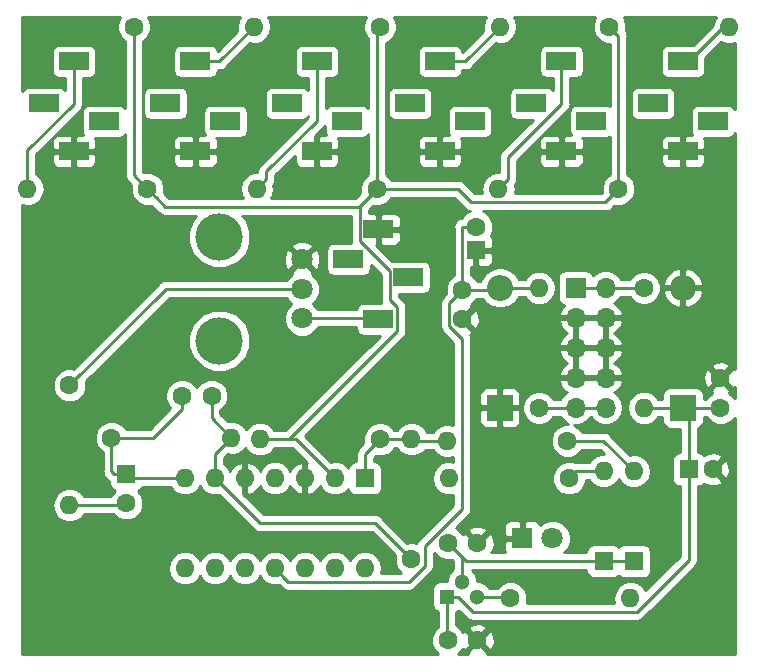
<source format=gbl>
G04 #@! TF.GenerationSoftware,KiCad,Pcbnew,(5.0.2)-1*
G04 #@! TF.CreationDate,2019-03-15T10:50:12+00:00*
G04 #@! TF.ProjectId,mixer,6d697865-722e-46b6-9963-61645f706362,rev?*
G04 #@! TF.SameCoordinates,Original*
G04 #@! TF.FileFunction,Copper,L2,Bot*
G04 #@! TF.FilePolarity,Positive*
%FSLAX46Y46*%
G04 Gerber Fmt 4.6, Leading zero omitted, Abs format (unit mm)*
G04 Created by KiCad (PCBNEW (5.0.2)-1) date 15/03/2019 10:50:12*
%MOMM*%
%LPD*%
G01*
G04 APERTURE LIST*
G04 #@! TA.AperFunction,ComponentPad*
%ADD10R,2.500000X1.500000*%
G04 #@! TD*
G04 #@! TA.AperFunction,ComponentPad*
%ADD11C,1.600000*%
G04 #@! TD*
G04 #@! TA.AperFunction,ComponentPad*
%ADD12R,1.600000X1.600000*%
G04 #@! TD*
G04 #@! TA.AperFunction,ComponentPad*
%ADD13O,1.600000X1.600000*%
G04 #@! TD*
G04 #@! TA.AperFunction,ComponentPad*
%ADD14R,1.800000X1.800000*%
G04 #@! TD*
G04 #@! TA.AperFunction,ComponentPad*
%ADD15C,1.800000*%
G04 #@! TD*
G04 #@! TA.AperFunction,ComponentPad*
%ADD16R,2.200000X2.200000*%
G04 #@! TD*
G04 #@! TA.AperFunction,ComponentPad*
%ADD17O,2.200000X2.200000*%
G04 #@! TD*
G04 #@! TA.AperFunction,ComponentPad*
%ADD18R,1.700000X1.700000*%
G04 #@! TD*
G04 #@! TA.AperFunction,ComponentPad*
%ADD19O,1.700000X1.700000*%
G04 #@! TD*
G04 #@! TA.AperFunction,ComponentPad*
%ADD20C,1.300000*%
G04 #@! TD*
G04 #@! TA.AperFunction,ComponentPad*
%ADD21R,1.300000X1.300000*%
G04 #@! TD*
G04 #@! TA.AperFunction,WasherPad*
%ADD22C,4.000000*%
G04 #@! TD*
G04 #@! TA.AperFunction,Conductor*
%ADD23C,0.250000*%
G04 #@! TD*
G04 #@! TA.AperFunction,Conductor*
%ADD24C,0.254000*%
G04 #@! TD*
G04 APERTURE END LIST*
D10*
G04 #@! TO.P,J1,T*
G04 #@! TO.N,Net-(J1-PadT)*
X116967000Y-19304000D03*
G04 #@! TO.P,J1,R*
G04 #@! TO.N,Net-(J1-PadR)*
X119507000Y-24384000D03*
G04 #@! TO.P,J1,G*
G04 #@! TO.N,Net-(J1-PadG)*
X114427000Y-22860000D03*
G04 #@! TO.P,J1,S*
G04 #@! TO.N,GND*
X116967000Y-26924000D03*
G04 #@! TD*
G04 #@! TO.P,J2,S*
G04 #@! TO.N,GND*
X65405000Y-26924000D03*
G04 #@! TO.P,J2,G*
G04 #@! TO.N,Net-(J2-PadG)*
X62865000Y-22860000D03*
G04 #@! TO.P,J2,R*
G04 #@! TO.N,Net-(J2-PadR)*
X67945000Y-24384000D03*
G04 #@! TO.P,J2,T*
G04 #@! TO.N,Net-(J2-PadT)*
X65405000Y-19304000D03*
G04 #@! TD*
G04 #@! TO.P,J3,T*
G04 #@! TO.N,Net-(J3-PadT)*
X85979000Y-19304000D03*
G04 #@! TO.P,J3,R*
G04 #@! TO.N,Net-(J3-PadR)*
X88519000Y-24384000D03*
G04 #@! TO.P,J3,G*
G04 #@! TO.N,Net-(J3-PadG)*
X83439000Y-22860000D03*
G04 #@! TO.P,J3,S*
G04 #@! TO.N,GND*
X85979000Y-26924000D03*
G04 #@! TD*
G04 #@! TO.P,J4,S*
G04 #@! TO.N,GND*
X75692000Y-26924000D03*
G04 #@! TO.P,J4,G*
G04 #@! TO.N,Net-(J4-PadG)*
X73152000Y-22860000D03*
G04 #@! TO.P,J4,R*
G04 #@! TO.N,Net-(J4-PadR)*
X78232000Y-24384000D03*
G04 #@! TO.P,J4,T*
G04 #@! TO.N,Net-(J4-PadT)*
X75692000Y-19304000D03*
G04 #@! TD*
G04 #@! TO.P,J5,T*
G04 #@! TO.N,Net-(J5-PadT)*
X96393000Y-19304000D03*
G04 #@! TO.P,J5,R*
G04 #@! TO.N,Net-(J5-PadR)*
X98933000Y-24384000D03*
G04 #@! TO.P,J5,G*
G04 #@! TO.N,Net-(J5-PadG)*
X93853000Y-22860000D03*
G04 #@! TO.P,J5,S*
G04 #@! TO.N,GND*
X96393000Y-26924000D03*
G04 #@! TD*
G04 #@! TO.P,J6,S*
G04 #@! TO.N,GND*
X106680000Y-26924000D03*
G04 #@! TO.P,J6,G*
G04 #@! TO.N,Net-(J6-PadG)*
X104140000Y-22860000D03*
G04 #@! TO.P,J6,R*
G04 #@! TO.N,Net-(J6-PadR)*
X109220000Y-24384000D03*
G04 #@! TO.P,J6,T*
G04 #@! TO.N,Net-(J6-PadT)*
X106680000Y-19304000D03*
G04 #@! TD*
G04 #@! TO.P,J7,T*
G04 #@! TO.N,Net-(J7-PadT)*
X91186000Y-41148000D03*
G04 #@! TO.P,J7,R*
G04 #@! TO.N,Net-(J7-PadR)*
X88646000Y-36068000D03*
G04 #@! TO.P,J7,G*
G04 #@! TO.N,Net-(J7-PadG)*
X93726000Y-37592000D03*
G04 #@! TO.P,J7,S*
G04 #@! TO.N,GND*
X91186000Y-33528000D03*
G04 #@! TD*
D11*
G04 #@! TO.P,C1,1*
G04 #@! TO.N,Net-(C1-Pad1)*
X74549000Y-47625000D03*
G04 #@! TO.P,C1,2*
G04 #@! TO.N,Net-(C1-Pad2)*
X77049000Y-47625000D03*
G04 #@! TD*
D12*
G04 #@! TO.P,C2,1*
G04 #@! TO.N,Net-(C1-Pad1)*
X69850000Y-54229000D03*
D11*
G04 #@! TO.P,C2,2*
G04 #@! TO.N,Net-(C2-Pad2)*
X69850000Y-56729000D03*
G04 #@! TD*
G04 #@! TO.P,C3,1*
G04 #@! TO.N,Net-(C3-Pad1)*
X97068000Y-60071000D03*
G04 #@! TO.P,C3,2*
G04 #@! TO.N,GND*
X99568000Y-60071000D03*
G04 #@! TD*
G04 #@! TO.P,C4,2*
G04 #@! TO.N,12V*
X97068000Y-68326000D03*
G04 #@! TO.P,C4,1*
G04 #@! TO.N,GND*
X99568000Y-68326000D03*
G04 #@! TD*
D12*
G04 #@! TO.P,C5,1*
G04 #@! TO.N,12V*
X117475000Y-53848000D03*
D11*
G04 #@! TO.P,C5,2*
G04 #@! TO.N,GND*
X119475000Y-53848000D03*
G04 #@! TD*
G04 #@! TO.P,C6,2*
G04 #@! TO.N,-12V*
X99441000Y-33306000D03*
D12*
G04 #@! TO.P,C6,1*
G04 #@! TO.N,GND*
X99441000Y-35306000D03*
G04 #@! TD*
D11*
G04 #@! TO.P,C7,1*
G04 #@! TO.N,12V*
X120142000Y-48641000D03*
G04 #@! TO.P,C7,2*
G04 #@! TO.N,GND*
X120142000Y-46141000D03*
G04 #@! TD*
G04 #@! TO.P,C8,2*
G04 #@! TO.N,-12V*
X98298000Y-38648000D03*
G04 #@! TO.P,C8,1*
G04 #@! TO.N,GND*
X98298000Y-41148000D03*
G04 #@! TD*
D12*
G04 #@! TO.P,D1,1*
G04 #@! TO.N,Net-(C3-Pad1)*
X112791001Y-61617999D03*
D13*
G04 #@! TO.P,D1,2*
G04 #@! TO.N,Net-(D1-Pad2)*
X112791001Y-53997999D03*
G04 #@! TD*
G04 #@! TO.P,D2,2*
G04 #@! TO.N,Net-(D2-Pad2)*
X110241001Y-53997999D03*
D12*
G04 #@! TO.P,D2,1*
G04 #@! TO.N,Net-(C3-Pad1)*
X110241001Y-61617999D03*
G04 #@! TD*
D14*
G04 #@! TO.P,D3,1*
G04 #@! TO.N,GND*
X103378000Y-59690000D03*
D15*
G04 #@! TO.P,D3,2*
G04 #@! TO.N,Net-(D3-Pad2)*
X105918000Y-59690000D03*
G04 #@! TD*
D16*
G04 #@! TO.P,D4,1*
G04 #@! TO.N,12V*
X116967000Y-48641000D03*
D17*
G04 #@! TO.P,D4,2*
G04 #@! TO.N,GND*
X116967000Y-38481000D03*
G04 #@! TD*
G04 #@! TO.P,D5,2*
G04 #@! TO.N,-12V*
X101473000Y-38481000D03*
D16*
G04 #@! TO.P,D5,1*
G04 #@! TO.N,GND*
X101473000Y-48641000D03*
G04 #@! TD*
D18*
G04 #@! TO.P,J8,1*
G04 #@! TO.N,12VC*
X107870001Y-38460001D03*
D19*
G04 #@! TO.P,J8,2*
X110410001Y-38460001D03*
G04 #@! TO.P,J8,3*
G04 #@! TO.N,GND*
X107870001Y-41000001D03*
G04 #@! TO.P,J8,4*
X110410001Y-41000001D03*
G04 #@! TO.P,J8,5*
X107870001Y-43540001D03*
G04 #@! TO.P,J8,6*
X110410001Y-43540001D03*
G04 #@! TO.P,J8,7*
X107870001Y-46080001D03*
G04 #@! TO.P,J8,8*
X110410001Y-46080001D03*
G04 #@! TO.P,J8,9*
G04 #@! TO.N,-12VC*
X107870001Y-48620001D03*
G04 #@! TO.P,J8,10*
X110410001Y-48620001D03*
G04 #@! TD*
D13*
G04 #@! TO.P,L1,2*
G04 #@! TO.N,12V*
X113665000Y-48641000D03*
D11*
G04 #@! TO.P,L1,1*
G04 #@! TO.N,12VC*
X113665000Y-38481000D03*
G04 #@! TD*
G04 #@! TO.P,L2,1*
G04 #@! TO.N,-12VC*
X104775000Y-48641000D03*
D13*
G04 #@! TO.P,L2,2*
G04 #@! TO.N,-12V*
X104775000Y-38481000D03*
G04 #@! TD*
D20*
G04 #@! TO.P,Q1,2*
G04 #@! TO.N,Net-(C3-Pad1)*
X98283001Y-63353001D03*
G04 #@! TO.P,Q1,3*
G04 #@! TO.N,Net-(Q1-Pad3)*
X99553001Y-64623001D03*
D21*
G04 #@! TO.P,Q1,1*
G04 #@! TO.N,12V*
X97013001Y-64623001D03*
G04 #@! TD*
D13*
G04 #@! TO.P,R1,2*
G04 #@! TO.N,Net-(J1-PadT)*
X120904000Y-16383000D03*
D11*
G04 #@! TO.P,R1,1*
G04 #@! TO.N,mixed*
X110744000Y-16383000D03*
G04 #@! TD*
G04 #@! TO.P,R3,1*
G04 #@! TO.N,mixed*
X91059000Y-30099000D03*
D13*
G04 #@! TO.P,R3,2*
G04 #@! TO.N,Net-(J3-PadT)*
X80899000Y-30099000D03*
G04 #@! TD*
G04 #@! TO.P,R4,2*
G04 #@! TO.N,Net-(J4-PadT)*
X80645000Y-16383000D03*
D11*
G04 #@! TO.P,R4,1*
G04 #@! TO.N,mixed*
X70485000Y-16383000D03*
G04 #@! TD*
G04 #@! TO.P,R5,1*
G04 #@! TO.N,mixed*
X91313000Y-16383000D03*
D13*
G04 #@! TO.P,R5,2*
G04 #@! TO.N,Net-(J5-PadT)*
X101473000Y-16383000D03*
G04 #@! TD*
G04 #@! TO.P,R6,2*
G04 #@! TO.N,Net-(J6-PadT)*
X101346000Y-30099000D03*
D11*
G04 #@! TO.P,R6,1*
G04 #@! TO.N,mixed*
X111506000Y-30099000D03*
G04 #@! TD*
G04 #@! TO.P,R7,1*
G04 #@! TO.N,Net-(R10-Pad2)*
X91313000Y-51308000D03*
D13*
G04 #@! TO.P,R7,2*
G04 #@! TO.N,mixed*
X81153000Y-51308000D03*
G04 #@! TD*
G04 #@! TO.P,R8,2*
G04 #@! TO.N,Net-(R10-Pad2)*
X93980000Y-51308000D03*
D11*
G04 #@! TO.P,R8,1*
G04 #@! TO.N,Net-(C1-Pad2)*
X93980000Y-61468000D03*
G04 #@! TD*
G04 #@! TO.P,R9,1*
G04 #@! TO.N,Net-(C1-Pad1)*
X68580000Y-51181000D03*
D13*
G04 #@! TO.P,R9,2*
G04 #@! TO.N,Net-(C1-Pad2)*
X78740000Y-51181000D03*
G04 #@! TD*
G04 #@! TO.P,R10,2*
G04 #@! TO.N,Net-(R10-Pad2)*
X97028000Y-51435000D03*
D11*
G04 #@! TO.P,R10,1*
G04 #@! TO.N,Net-(D1-Pad2)*
X107188000Y-51435000D03*
G04 #@! TD*
G04 #@! TO.P,R11,1*
G04 #@! TO.N,Net-(D2-Pad2)*
X107315000Y-54610000D03*
D13*
G04 #@! TO.P,R11,2*
G04 #@! TO.N,Net-(C1-Pad1)*
X97155000Y-54610000D03*
G04 #@! TD*
G04 #@! TO.P,R12,2*
G04 #@! TO.N,Net-(C2-Pad2)*
X65024000Y-56896000D03*
D11*
G04 #@! TO.P,R12,1*
G04 #@! TO.N,Net-(R12-Pad1)*
X65024000Y-46736000D03*
G04 #@! TD*
G04 #@! TO.P,R13,1*
G04 #@! TO.N,Net-(Q1-Pad3)*
X102362000Y-64770000D03*
D13*
G04 #@! TO.P,R13,2*
G04 #@! TO.N,Net-(D3-Pad2)*
X112522000Y-64770000D03*
G04 #@! TD*
D15*
G04 #@! TO.P,RV1,3*
G04 #@! TO.N,Net-(J7-PadT)*
X84709000Y-41068000D03*
G04 #@! TO.P,RV1,2*
G04 #@! TO.N,Net-(R12-Pad1)*
X84709000Y-38568000D03*
G04 #@! TO.P,RV1,1*
G04 #@! TO.N,GND*
X84709000Y-36068000D03*
D22*
G04 #@! TO.P,RV1,*
G04 #@! TO.N,*
X77709000Y-42968000D03*
X77709000Y-34168000D03*
G04 #@! TD*
D12*
G04 #@! TO.P,U1,1*
G04 #@! TO.N,Net-(R10-Pad2)*
X90043000Y-54610000D03*
D13*
G04 #@! TO.P,U1,8*
G04 #@! TO.N,N/C*
X74803000Y-62230000D03*
G04 #@! TO.P,U1,2*
G04 #@! TO.N,mixed*
X87503000Y-54610000D03*
G04 #@! TO.P,U1,9*
G04 #@! TO.N,N/C*
X77343000Y-62230000D03*
G04 #@! TO.P,U1,3*
G04 #@! TO.N,GND*
X84963000Y-54610000D03*
G04 #@! TO.P,U1,10*
G04 #@! TO.N,N/C*
X79883000Y-62230000D03*
G04 #@! TO.P,U1,4*
G04 #@! TO.N,12V*
X82423000Y-54610000D03*
G04 #@! TO.P,U1,11*
G04 #@! TO.N,-12V*
X82423000Y-62230000D03*
G04 #@! TO.P,U1,5*
G04 #@! TO.N,GND*
X79883000Y-54610000D03*
G04 #@! TO.P,U1,12*
G04 #@! TO.N,N/C*
X84963000Y-62230000D03*
G04 #@! TO.P,U1,6*
G04 #@! TO.N,Net-(C1-Pad2)*
X77343000Y-54610000D03*
G04 #@! TO.P,U1,13*
G04 #@! TO.N,N/C*
X87503000Y-62230000D03*
G04 #@! TO.P,U1,7*
G04 #@! TO.N,Net-(C1-Pad1)*
X74803000Y-54610000D03*
G04 #@! TO.P,U1,14*
G04 #@! TO.N,N/C*
X90043000Y-62230000D03*
G04 #@! TD*
D11*
G04 #@! TO.P,R2,1*
G04 #@! TO.N,mixed*
X71628000Y-30099000D03*
D13*
G04 #@! TO.P,R2,2*
G04 #@! TO.N,Net-(J2-PadT)*
X61468000Y-30099000D03*
G04 #@! TD*
D23*
G04 #@! TO.N,Net-(C1-Pad1)*
X70231000Y-54610000D02*
X69850000Y-54229000D01*
X74803000Y-54610000D02*
X70231000Y-54610000D01*
X68800000Y-54229000D02*
X69850000Y-54229000D01*
X68580000Y-54009000D02*
X68800000Y-54229000D01*
X68580000Y-51181000D02*
X68580000Y-54009000D01*
X69711370Y-51181000D02*
X68580000Y-51181000D01*
X72124370Y-51181000D02*
X69711370Y-51181000D01*
X74549000Y-48756370D02*
X72124370Y-51181000D01*
X74549000Y-47625000D02*
X74549000Y-48756370D01*
G04 #@! TO.N,Net-(C1-Pad2)*
X77343000Y-52578000D02*
X78740000Y-51181000D01*
X77343000Y-54610000D02*
X77343000Y-52578000D01*
X77049000Y-49490000D02*
X78740000Y-51181000D01*
X77049000Y-47625000D02*
X77049000Y-49490000D01*
X93180001Y-60668001D02*
X93980000Y-61468000D01*
X90932000Y-58420000D02*
X93180001Y-60668001D01*
X81153000Y-58420000D02*
X90932000Y-58420000D01*
X77343000Y-54610000D02*
X81153000Y-58420000D01*
G04 #@! TO.N,Net-(C2-Pad2)*
X69683000Y-56896000D02*
X69850000Y-56729000D01*
X65024000Y-56896000D02*
X69683000Y-56896000D01*
G04 #@! TO.N,Net-(C3-Pad1)*
X98283001Y-61286001D02*
X97068000Y-60071000D01*
X98283001Y-63353001D02*
X98283001Y-61286001D01*
X111741001Y-61617999D02*
X110241001Y-61617999D01*
X112791001Y-61617999D02*
X111741001Y-61617999D01*
X98614999Y-61617999D02*
X110241001Y-61617999D01*
X97068000Y-60071000D02*
X98614999Y-61617999D01*
G04 #@! TO.N,12V*
X114796370Y-48641000D02*
X116967000Y-48641000D01*
X113665000Y-48641000D02*
X114796370Y-48641000D01*
X118317000Y-48641000D02*
X120142000Y-48641000D01*
X116967000Y-48641000D02*
X118317000Y-48641000D01*
X117475000Y-49149000D02*
X116967000Y-48641000D01*
X117475000Y-53848000D02*
X117475000Y-49149000D01*
X97013001Y-68271001D02*
X97068000Y-68326000D01*
X97013001Y-64623001D02*
X97013001Y-68271001D01*
X117475000Y-54898000D02*
X117475000Y-53848000D01*
X117475000Y-61482002D02*
X117475000Y-54898000D01*
X113062001Y-65895001D02*
X117475000Y-61482002D01*
X99185001Y-65895001D02*
X113062001Y-65895001D01*
X97913001Y-64623001D02*
X99185001Y-65895001D01*
X97013001Y-64623001D02*
X97913001Y-64623001D01*
G04 #@! TO.N,-12V*
X98309630Y-33306000D02*
X99441000Y-33306000D01*
X98298000Y-33317630D02*
X98309630Y-33306000D01*
X98298000Y-38648000D02*
X98298000Y-33317630D01*
X101306000Y-38648000D02*
X101473000Y-38481000D01*
X98298000Y-38648000D02*
X101306000Y-38648000D01*
X103028634Y-38481000D02*
X104775000Y-38481000D01*
X101473000Y-38481000D02*
X103028634Y-38481000D01*
X83222999Y-63029999D02*
X82423000Y-62230000D01*
X83548001Y-63355001D02*
X83222999Y-63029999D01*
X95105001Y-62008001D02*
X93758001Y-63355001D01*
X95105001Y-60368997D02*
X95105001Y-62008001D01*
X98280001Y-57193997D02*
X95105001Y-60368997D01*
X98280001Y-42795003D02*
X98280001Y-57193997D01*
X93758001Y-63355001D02*
X83548001Y-63355001D01*
X97172999Y-41688001D02*
X98280001Y-42795003D01*
X97172999Y-39773001D02*
X97172999Y-41688001D01*
X98298000Y-38648000D02*
X97172999Y-39773001D01*
G04 #@! TO.N,Net-(D1-Pad2)*
X110228002Y-51435000D02*
X112791001Y-53997999D01*
X107188000Y-51435000D02*
X110228002Y-51435000D01*
G04 #@! TO.N,Net-(D2-Pad2)*
X107927001Y-53997999D02*
X107315000Y-54610000D01*
X110241001Y-53997999D02*
X107927001Y-53997999D01*
G04 #@! TO.N,Net-(J1-PadT)*
X120388000Y-16383000D02*
X120904000Y-16383000D01*
X117467000Y-19304000D02*
X120388000Y-16383000D01*
X116967000Y-19304000D02*
X117467000Y-19304000D01*
G04 #@! TO.N,Net-(J2-PadT)*
X61468000Y-28967630D02*
X61468000Y-30099000D01*
X61468000Y-26842002D02*
X61468000Y-28967630D01*
X65405000Y-22905002D02*
X61468000Y-26842002D01*
X65405000Y-19304000D02*
X65405000Y-22905002D01*
G04 #@! TO.N,Net-(J3-PadT)*
X81698999Y-29299001D02*
X80899000Y-30099000D01*
X81698999Y-28618999D02*
X81698999Y-29299001D01*
X85979000Y-24338998D02*
X81698999Y-28618999D01*
X85979000Y-19304000D02*
X85979000Y-24338998D01*
G04 #@! TO.N,Net-(J4-PadT)*
X77724000Y-19304000D02*
X80645000Y-16383000D01*
X75692000Y-19304000D02*
X77724000Y-19304000D01*
G04 #@! TO.N,Net-(J5-PadT)*
X98552000Y-19304000D02*
X101473000Y-16383000D01*
X96393000Y-19304000D02*
X98552000Y-19304000D01*
G04 #@! TO.N,Net-(J6-PadT)*
X106680000Y-20304000D02*
X106680000Y-19304000D01*
X106680000Y-22905002D02*
X106680000Y-20304000D01*
X102145999Y-27439003D02*
X106680000Y-22905002D01*
X102145999Y-29299001D02*
X102145999Y-27439003D01*
X101346000Y-30099000D02*
X102145999Y-29299001D01*
G04 #@! TO.N,Net-(J7-PadT)*
X91106000Y-41068000D02*
X91186000Y-41148000D01*
X84709000Y-41068000D02*
X91106000Y-41068000D01*
G04 #@! TO.N,Net-(Q1-Pad3)*
X102215001Y-64623001D02*
X102362000Y-64770000D01*
X99553001Y-64623001D02*
X102215001Y-64623001D01*
G04 #@! TO.N,mixed*
X70485000Y-28956000D02*
X70485000Y-16383000D01*
X71628000Y-30099000D02*
X70485000Y-28956000D01*
X111506000Y-17145000D02*
X110744000Y-16383000D01*
X111506000Y-30099000D02*
X111506000Y-17145000D01*
X91059000Y-16637000D02*
X91313000Y-16383000D01*
X91059000Y-30099000D02*
X91059000Y-16637000D01*
X84201000Y-51308000D02*
X87503000Y-54610000D01*
X81153000Y-51308000D02*
X84201000Y-51308000D01*
X72427999Y-30898999D02*
X71628000Y-30099000D01*
X73152000Y-31623000D02*
X72427999Y-30898999D01*
X89535000Y-31623000D02*
X73152000Y-31623000D01*
X91059000Y-30099000D02*
X89535000Y-31623000D01*
X110706001Y-30898999D02*
X111506000Y-30099000D01*
X110380999Y-31224001D02*
X110706001Y-30898999D01*
X99024003Y-31224001D02*
X110380999Y-31224001D01*
X97899002Y-30099000D02*
X99024003Y-31224001D01*
X91059000Y-30099000D02*
X97899002Y-30099000D01*
X82284370Y-51308000D02*
X81153000Y-51308000D01*
X92761001Y-42158001D02*
X83611002Y-51308000D01*
X92761001Y-40137999D02*
X92761001Y-42158001D01*
X92150999Y-39527997D02*
X92761001Y-40137999D01*
X92150999Y-37078001D02*
X92150999Y-39527997D01*
X89610999Y-34538001D02*
X92150999Y-37078001D01*
X89610999Y-31547001D02*
X89610999Y-34538001D01*
X83611002Y-51308000D02*
X82284370Y-51308000D01*
X91059000Y-30099000D02*
X89610999Y-31547001D01*
G04 #@! TO.N,Net-(R10-Pad2)*
X94107000Y-51435000D02*
X93980000Y-51308000D01*
X97028000Y-51435000D02*
X94107000Y-51435000D01*
X92848630Y-51308000D02*
X91313000Y-51308000D01*
X93980000Y-51308000D02*
X92848630Y-51308000D01*
X90043000Y-52578000D02*
X91313000Y-51308000D01*
X90043000Y-54610000D02*
X90043000Y-52578000D01*
G04 #@! TO.N,Net-(R12-Pad1)*
X73192000Y-38568000D02*
X65024000Y-46736000D01*
X84709000Y-38568000D02*
X73192000Y-38568000D01*
G04 #@! TO.N,12VC*
X107870001Y-38460001D02*
X110410001Y-38460001D01*
X113644001Y-38460001D02*
X113665000Y-38481000D01*
X110410001Y-38460001D02*
X113644001Y-38460001D01*
G04 #@! TO.N,-12VC*
X109207920Y-48620001D02*
X107870001Y-48620001D01*
X110410001Y-48620001D02*
X109207920Y-48620001D01*
X104795999Y-48620001D02*
X104775000Y-48641000D01*
X107870001Y-48620001D02*
X104795999Y-48620001D01*
G04 #@! TD*
D24*
G04 #@! TO.N,GND*
G36*
X69268466Y-15570138D02*
X69050000Y-16097561D01*
X69050000Y-16668439D01*
X69268466Y-17195862D01*
X69672138Y-17599534D01*
X69725001Y-17621431D01*
X69725000Y-23284232D01*
X69652809Y-23176191D01*
X69442765Y-23035843D01*
X69195000Y-22986560D01*
X66695000Y-22986560D01*
X66447235Y-23035843D01*
X66237191Y-23176191D01*
X66096843Y-23386235D01*
X66047560Y-23634000D01*
X66047560Y-25134000D01*
X66096843Y-25381765D01*
X66201905Y-25539000D01*
X65690750Y-25539000D01*
X65532000Y-25697750D01*
X65532000Y-26797000D01*
X67131250Y-26797000D01*
X67290000Y-26638250D01*
X67290000Y-26047690D01*
X67193327Y-25814301D01*
X67160466Y-25781440D01*
X69195000Y-25781440D01*
X69442765Y-25732157D01*
X69652809Y-25591809D01*
X69725000Y-25483768D01*
X69725000Y-28881153D01*
X69710112Y-28956000D01*
X69725000Y-29030847D01*
X69725000Y-29030851D01*
X69769096Y-29252536D01*
X69937071Y-29503929D01*
X70000530Y-29546331D01*
X70214897Y-29760698D01*
X70193000Y-29813561D01*
X70193000Y-30384439D01*
X70411466Y-30911862D01*
X70815138Y-31315534D01*
X71342561Y-31534000D01*
X71913439Y-31534000D01*
X71966302Y-31512103D01*
X72561671Y-32107473D01*
X72604071Y-32170929D01*
X72855463Y-32338904D01*
X73077148Y-32383000D01*
X73077152Y-32383000D01*
X73151999Y-32397888D01*
X73226846Y-32383000D01*
X75767547Y-32383000D01*
X75475155Y-32675392D01*
X75074000Y-33643866D01*
X75074000Y-34692134D01*
X75475155Y-35660608D01*
X76216392Y-36401845D01*
X77184866Y-36803000D01*
X78233134Y-36803000D01*
X79201608Y-36401845D01*
X79776117Y-35827336D01*
X83162542Y-35827336D01*
X83188161Y-36437460D01*
X83372357Y-36882148D01*
X83628841Y-36968554D01*
X84529395Y-36068000D01*
X84888605Y-36068000D01*
X85789159Y-36968554D01*
X86045643Y-36882148D01*
X86255458Y-36308664D01*
X86229839Y-35698540D01*
X86045643Y-35253852D01*
X85789159Y-35167446D01*
X84888605Y-36068000D01*
X84529395Y-36068000D01*
X83628841Y-35167446D01*
X83372357Y-35253852D01*
X83162542Y-35827336D01*
X79776117Y-35827336D01*
X79942845Y-35660608D01*
X80221514Y-34987841D01*
X83808446Y-34987841D01*
X84709000Y-35888395D01*
X85609554Y-34987841D01*
X85523148Y-34731357D01*
X84949664Y-34521542D01*
X84339540Y-34547161D01*
X83894852Y-34731357D01*
X83808446Y-34987841D01*
X80221514Y-34987841D01*
X80344000Y-34692134D01*
X80344000Y-33643866D01*
X79942845Y-32675392D01*
X79650453Y-32383000D01*
X88850999Y-32383000D01*
X88851000Y-34463149D01*
X88836111Y-34538001D01*
X88851000Y-34612853D01*
X88862479Y-34670560D01*
X87396000Y-34670560D01*
X87148235Y-34719843D01*
X86938191Y-34860191D01*
X86797843Y-35070235D01*
X86748560Y-35318000D01*
X86748560Y-36818000D01*
X86797843Y-37065765D01*
X86938191Y-37275809D01*
X87148235Y-37416157D01*
X87396000Y-37465440D01*
X89896000Y-37465440D01*
X90143765Y-37416157D01*
X90353809Y-37275809D01*
X90494157Y-37065765D01*
X90543440Y-36818000D01*
X90543440Y-36545244D01*
X91390999Y-37392804D01*
X91391000Y-39453145D01*
X91376111Y-39527997D01*
X91420382Y-39750560D01*
X89936000Y-39750560D01*
X89688235Y-39799843D01*
X89478191Y-39940191D01*
X89337843Y-40150235D01*
X89306462Y-40308000D01*
X86055669Y-40308000D01*
X86010310Y-40198493D01*
X85629817Y-39818000D01*
X86010310Y-39437507D01*
X86244000Y-38873330D01*
X86244000Y-38262670D01*
X86010310Y-37698493D01*
X85578507Y-37266690D01*
X85570710Y-37263461D01*
X85609554Y-37148159D01*
X84709000Y-36247605D01*
X83808446Y-37148159D01*
X83847290Y-37263461D01*
X83839493Y-37266690D01*
X83407690Y-37698493D01*
X83362331Y-37808000D01*
X73266846Y-37808000D01*
X73191999Y-37793112D01*
X73117152Y-37808000D01*
X73117148Y-37808000D01*
X72895463Y-37852096D01*
X72852829Y-37880583D01*
X72707526Y-37977671D01*
X72707524Y-37977673D01*
X72644071Y-38020071D01*
X72601673Y-38083524D01*
X65362302Y-45322897D01*
X65309439Y-45301000D01*
X64738561Y-45301000D01*
X64211138Y-45519466D01*
X63807466Y-45923138D01*
X63589000Y-46450561D01*
X63589000Y-47021439D01*
X63807466Y-47548862D01*
X64211138Y-47952534D01*
X64738561Y-48171000D01*
X65309439Y-48171000D01*
X65836862Y-47952534D01*
X66240534Y-47548862D01*
X66459000Y-47021439D01*
X66459000Y-46450561D01*
X66437103Y-46397698D01*
X70390936Y-42443866D01*
X75074000Y-42443866D01*
X75074000Y-43492134D01*
X75475155Y-44460608D01*
X76216392Y-45201845D01*
X77184866Y-45603000D01*
X78233134Y-45603000D01*
X79201608Y-45201845D01*
X79942845Y-44460608D01*
X80344000Y-43492134D01*
X80344000Y-42443866D01*
X79942845Y-41475392D01*
X79201608Y-40734155D01*
X78233134Y-40333000D01*
X77184866Y-40333000D01*
X76216392Y-40734155D01*
X75475155Y-41475392D01*
X75074000Y-42443866D01*
X70390936Y-42443866D01*
X73506803Y-39328000D01*
X83362331Y-39328000D01*
X83407690Y-39437507D01*
X83788183Y-39818000D01*
X83407690Y-40198493D01*
X83174000Y-40762670D01*
X83174000Y-41373330D01*
X83407690Y-41937507D01*
X83839493Y-42369310D01*
X84403670Y-42603000D01*
X85014330Y-42603000D01*
X85578507Y-42369310D01*
X86010310Y-41937507D01*
X86055669Y-41828000D01*
X89288560Y-41828000D01*
X89288560Y-41898000D01*
X89337843Y-42145765D01*
X89478191Y-42355809D01*
X89688235Y-42496157D01*
X89936000Y-42545440D01*
X91298760Y-42545440D01*
X83296201Y-50548000D01*
X82371043Y-50548000D01*
X82187577Y-50273423D01*
X81712909Y-49956260D01*
X81294333Y-49873000D01*
X81011667Y-49873000D01*
X80593091Y-49956260D01*
X80118423Y-50273423D01*
X79988929Y-50467224D01*
X79774577Y-50146423D01*
X79299909Y-49829260D01*
X78881333Y-49746000D01*
X78598667Y-49746000D01*
X78416114Y-49782312D01*
X77809000Y-49175199D01*
X77809000Y-48863430D01*
X77861862Y-48841534D01*
X78265534Y-48437862D01*
X78484000Y-47910439D01*
X78484000Y-47339561D01*
X78265534Y-46812138D01*
X77861862Y-46408466D01*
X77334439Y-46190000D01*
X76763561Y-46190000D01*
X76236138Y-46408466D01*
X75832466Y-46812138D01*
X75799000Y-46892932D01*
X75765534Y-46812138D01*
X75361862Y-46408466D01*
X74834439Y-46190000D01*
X74263561Y-46190000D01*
X73736138Y-46408466D01*
X73332466Y-46812138D01*
X73114000Y-47339561D01*
X73114000Y-47910439D01*
X73332466Y-48437862D01*
X73562586Y-48667982D01*
X71809569Y-50421000D01*
X69818430Y-50421000D01*
X69796534Y-50368138D01*
X69392862Y-49964466D01*
X68865439Y-49746000D01*
X68294561Y-49746000D01*
X67767138Y-49964466D01*
X67363466Y-50368138D01*
X67145000Y-50895561D01*
X67145000Y-51466439D01*
X67363466Y-51993862D01*
X67767138Y-52397534D01*
X67820000Y-52419430D01*
X67820001Y-53934148D01*
X67805112Y-54009000D01*
X67820001Y-54083852D01*
X67864097Y-54305537D01*
X68032072Y-54556929D01*
X68095528Y-54599329D01*
X68209669Y-54713470D01*
X68252071Y-54776929D01*
X68402560Y-54877483D01*
X68402560Y-55029000D01*
X68451843Y-55276765D01*
X68592191Y-55486809D01*
X68802235Y-55627157D01*
X68902503Y-55647101D01*
X68633466Y-55916138D01*
X68542396Y-56136000D01*
X66242043Y-56136000D01*
X66058577Y-55861423D01*
X65583909Y-55544260D01*
X65165333Y-55461000D01*
X64882667Y-55461000D01*
X64464091Y-55544260D01*
X63989423Y-55861423D01*
X63672260Y-56336091D01*
X63560887Y-56896000D01*
X63672260Y-57455909D01*
X63989423Y-57930577D01*
X64464091Y-58247740D01*
X64882667Y-58331000D01*
X65165333Y-58331000D01*
X65583909Y-58247740D01*
X66058577Y-57930577D01*
X66242043Y-57656000D01*
X68747604Y-57656000D01*
X69037138Y-57945534D01*
X69564561Y-58164000D01*
X70135439Y-58164000D01*
X70662862Y-57945534D01*
X71066534Y-57541862D01*
X71285000Y-57014439D01*
X71285000Y-56443561D01*
X71066534Y-55916138D01*
X70797497Y-55647101D01*
X70897765Y-55627157D01*
X71107809Y-55486809D01*
X71185859Y-55370000D01*
X73584957Y-55370000D01*
X73768423Y-55644577D01*
X74243091Y-55961740D01*
X74661667Y-56045000D01*
X74944333Y-56045000D01*
X75362909Y-55961740D01*
X75837577Y-55644577D01*
X76073000Y-55292242D01*
X76308423Y-55644577D01*
X76783091Y-55961740D01*
X77201667Y-56045000D01*
X77484333Y-56045000D01*
X77666887Y-56008688D01*
X80562670Y-58904472D01*
X80605071Y-58967929D01*
X80668527Y-59010329D01*
X80856462Y-59135904D01*
X80904605Y-59145480D01*
X81078148Y-59180000D01*
X81078152Y-59180000D01*
X81153000Y-59194888D01*
X81227848Y-59180000D01*
X90617199Y-59180000D01*
X92566896Y-61129698D01*
X92545000Y-61182561D01*
X92545000Y-61753439D01*
X92763466Y-62280862D01*
X93077605Y-62595001D01*
X91433510Y-62595001D01*
X91506113Y-62230000D01*
X91394740Y-61670091D01*
X91077577Y-61195423D01*
X90602909Y-60878260D01*
X90184333Y-60795000D01*
X89901667Y-60795000D01*
X89483091Y-60878260D01*
X89008423Y-61195423D01*
X88773000Y-61547758D01*
X88537577Y-61195423D01*
X88062909Y-60878260D01*
X87644333Y-60795000D01*
X87361667Y-60795000D01*
X86943091Y-60878260D01*
X86468423Y-61195423D01*
X86233000Y-61547758D01*
X85997577Y-61195423D01*
X85522909Y-60878260D01*
X85104333Y-60795000D01*
X84821667Y-60795000D01*
X84403091Y-60878260D01*
X83928423Y-61195423D01*
X83693000Y-61547758D01*
X83457577Y-61195423D01*
X82982909Y-60878260D01*
X82564333Y-60795000D01*
X82281667Y-60795000D01*
X81863091Y-60878260D01*
X81388423Y-61195423D01*
X81153000Y-61547758D01*
X80917577Y-61195423D01*
X80442909Y-60878260D01*
X80024333Y-60795000D01*
X79741667Y-60795000D01*
X79323091Y-60878260D01*
X78848423Y-61195423D01*
X78613000Y-61547758D01*
X78377577Y-61195423D01*
X77902909Y-60878260D01*
X77484333Y-60795000D01*
X77201667Y-60795000D01*
X76783091Y-60878260D01*
X76308423Y-61195423D01*
X76073000Y-61547758D01*
X75837577Y-61195423D01*
X75362909Y-60878260D01*
X74944333Y-60795000D01*
X74661667Y-60795000D01*
X74243091Y-60878260D01*
X73768423Y-61195423D01*
X73451260Y-61670091D01*
X73339887Y-62230000D01*
X73451260Y-62789909D01*
X73768423Y-63264577D01*
X74243091Y-63581740D01*
X74661667Y-63665000D01*
X74944333Y-63665000D01*
X75362909Y-63581740D01*
X75837577Y-63264577D01*
X76073000Y-62912242D01*
X76308423Y-63264577D01*
X76783091Y-63581740D01*
X77201667Y-63665000D01*
X77484333Y-63665000D01*
X77902909Y-63581740D01*
X78377577Y-63264577D01*
X78613000Y-62912242D01*
X78848423Y-63264577D01*
X79323091Y-63581740D01*
X79741667Y-63665000D01*
X80024333Y-63665000D01*
X80442909Y-63581740D01*
X80917577Y-63264577D01*
X81153000Y-62912242D01*
X81388423Y-63264577D01*
X81863091Y-63581740D01*
X82281667Y-63665000D01*
X82564333Y-63665000D01*
X82746887Y-63628688D01*
X82957670Y-63839471D01*
X83000072Y-63902930D01*
X83251464Y-64070905D01*
X83473149Y-64115001D01*
X83473153Y-64115001D01*
X83548000Y-64129889D01*
X83622847Y-64115001D01*
X93683154Y-64115001D01*
X93758001Y-64129889D01*
X93832848Y-64115001D01*
X93832853Y-64115001D01*
X94054538Y-64070905D01*
X94305930Y-63902930D01*
X94348332Y-63839471D01*
X95589474Y-62598330D01*
X95652930Y-62555930D01*
X95814519Y-62314096D01*
X95820905Y-62304539D01*
X95833168Y-62242888D01*
X95865001Y-62082853D01*
X95865001Y-62082849D01*
X95879889Y-62008001D01*
X95865001Y-61933153D01*
X95865001Y-60897397D01*
X96255138Y-61287534D01*
X96782561Y-61506000D01*
X97353439Y-61506000D01*
X97406302Y-61484103D01*
X97523002Y-61600803D01*
X97523002Y-62295735D01*
X97193630Y-62625107D01*
X96998001Y-63097399D01*
X96998001Y-63325561D01*
X96363001Y-63325561D01*
X96115236Y-63374844D01*
X95905192Y-63515192D01*
X95764844Y-63725236D01*
X95715561Y-63973001D01*
X95715561Y-65273001D01*
X95764844Y-65520766D01*
X95905192Y-65730810D01*
X96115236Y-65871158D01*
X96253001Y-65898561D01*
X96253002Y-67111602D01*
X95851466Y-67513138D01*
X95633000Y-68040561D01*
X95633000Y-68611439D01*
X95851466Y-69138862D01*
X96233604Y-69521000D01*
X61035000Y-69521000D01*
X61035000Y-31475984D01*
X61326667Y-31534000D01*
X61609333Y-31534000D01*
X62027909Y-31450740D01*
X62502577Y-31133577D01*
X62819740Y-30658909D01*
X62931113Y-30099000D01*
X62819740Y-29539091D01*
X62502577Y-29064423D01*
X62228000Y-28880957D01*
X62228000Y-27209750D01*
X63520000Y-27209750D01*
X63520000Y-27800310D01*
X63616673Y-28033699D01*
X63795302Y-28212327D01*
X64028691Y-28309000D01*
X65119250Y-28309000D01*
X65278000Y-28150250D01*
X65278000Y-27051000D01*
X65532000Y-27051000D01*
X65532000Y-28150250D01*
X65690750Y-28309000D01*
X66781309Y-28309000D01*
X67014698Y-28212327D01*
X67193327Y-28033699D01*
X67290000Y-27800310D01*
X67290000Y-27209750D01*
X67131250Y-27051000D01*
X65532000Y-27051000D01*
X65278000Y-27051000D01*
X63678750Y-27051000D01*
X63520000Y-27209750D01*
X62228000Y-27209750D01*
X62228000Y-27156803D01*
X63337113Y-26047690D01*
X63520000Y-26047690D01*
X63520000Y-26638250D01*
X63678750Y-26797000D01*
X65278000Y-26797000D01*
X65278000Y-25697750D01*
X65119250Y-25539000D01*
X64028691Y-25539000D01*
X63795302Y-25635673D01*
X63616673Y-25814301D01*
X63520000Y-26047690D01*
X63337113Y-26047690D01*
X65889473Y-23495331D01*
X65952929Y-23452931D01*
X65997494Y-23386235D01*
X66120904Y-23201540D01*
X66153863Y-23035843D01*
X66165000Y-22979854D01*
X66165000Y-22979850D01*
X66179888Y-22905002D01*
X66165000Y-22830154D01*
X66165000Y-20701440D01*
X66655000Y-20701440D01*
X66902765Y-20652157D01*
X67112809Y-20511809D01*
X67253157Y-20301765D01*
X67302440Y-20054000D01*
X67302440Y-18554000D01*
X67253157Y-18306235D01*
X67112809Y-18096191D01*
X66902765Y-17955843D01*
X66655000Y-17906560D01*
X64155000Y-17906560D01*
X63907235Y-17955843D01*
X63697191Y-18096191D01*
X63556843Y-18306235D01*
X63507560Y-18554000D01*
X63507560Y-20054000D01*
X63556843Y-20301765D01*
X63697191Y-20511809D01*
X63907235Y-20652157D01*
X64155000Y-20701440D01*
X64645000Y-20701440D01*
X64645001Y-21760233D01*
X64572809Y-21652191D01*
X64362765Y-21511843D01*
X64115000Y-21462560D01*
X61615000Y-21462560D01*
X61367235Y-21511843D01*
X61157191Y-21652191D01*
X61035000Y-21835061D01*
X61035000Y-15569000D01*
X69269604Y-15569000D01*
X69268466Y-15570138D01*
X69268466Y-15570138D01*
G37*
X69268466Y-15570138D02*
X69050000Y-16097561D01*
X69050000Y-16668439D01*
X69268466Y-17195862D01*
X69672138Y-17599534D01*
X69725001Y-17621431D01*
X69725000Y-23284232D01*
X69652809Y-23176191D01*
X69442765Y-23035843D01*
X69195000Y-22986560D01*
X66695000Y-22986560D01*
X66447235Y-23035843D01*
X66237191Y-23176191D01*
X66096843Y-23386235D01*
X66047560Y-23634000D01*
X66047560Y-25134000D01*
X66096843Y-25381765D01*
X66201905Y-25539000D01*
X65690750Y-25539000D01*
X65532000Y-25697750D01*
X65532000Y-26797000D01*
X67131250Y-26797000D01*
X67290000Y-26638250D01*
X67290000Y-26047690D01*
X67193327Y-25814301D01*
X67160466Y-25781440D01*
X69195000Y-25781440D01*
X69442765Y-25732157D01*
X69652809Y-25591809D01*
X69725000Y-25483768D01*
X69725000Y-28881153D01*
X69710112Y-28956000D01*
X69725000Y-29030847D01*
X69725000Y-29030851D01*
X69769096Y-29252536D01*
X69937071Y-29503929D01*
X70000530Y-29546331D01*
X70214897Y-29760698D01*
X70193000Y-29813561D01*
X70193000Y-30384439D01*
X70411466Y-30911862D01*
X70815138Y-31315534D01*
X71342561Y-31534000D01*
X71913439Y-31534000D01*
X71966302Y-31512103D01*
X72561671Y-32107473D01*
X72604071Y-32170929D01*
X72855463Y-32338904D01*
X73077148Y-32383000D01*
X73077152Y-32383000D01*
X73151999Y-32397888D01*
X73226846Y-32383000D01*
X75767547Y-32383000D01*
X75475155Y-32675392D01*
X75074000Y-33643866D01*
X75074000Y-34692134D01*
X75475155Y-35660608D01*
X76216392Y-36401845D01*
X77184866Y-36803000D01*
X78233134Y-36803000D01*
X79201608Y-36401845D01*
X79776117Y-35827336D01*
X83162542Y-35827336D01*
X83188161Y-36437460D01*
X83372357Y-36882148D01*
X83628841Y-36968554D01*
X84529395Y-36068000D01*
X84888605Y-36068000D01*
X85789159Y-36968554D01*
X86045643Y-36882148D01*
X86255458Y-36308664D01*
X86229839Y-35698540D01*
X86045643Y-35253852D01*
X85789159Y-35167446D01*
X84888605Y-36068000D01*
X84529395Y-36068000D01*
X83628841Y-35167446D01*
X83372357Y-35253852D01*
X83162542Y-35827336D01*
X79776117Y-35827336D01*
X79942845Y-35660608D01*
X80221514Y-34987841D01*
X83808446Y-34987841D01*
X84709000Y-35888395D01*
X85609554Y-34987841D01*
X85523148Y-34731357D01*
X84949664Y-34521542D01*
X84339540Y-34547161D01*
X83894852Y-34731357D01*
X83808446Y-34987841D01*
X80221514Y-34987841D01*
X80344000Y-34692134D01*
X80344000Y-33643866D01*
X79942845Y-32675392D01*
X79650453Y-32383000D01*
X88850999Y-32383000D01*
X88851000Y-34463149D01*
X88836111Y-34538001D01*
X88851000Y-34612853D01*
X88862479Y-34670560D01*
X87396000Y-34670560D01*
X87148235Y-34719843D01*
X86938191Y-34860191D01*
X86797843Y-35070235D01*
X86748560Y-35318000D01*
X86748560Y-36818000D01*
X86797843Y-37065765D01*
X86938191Y-37275809D01*
X87148235Y-37416157D01*
X87396000Y-37465440D01*
X89896000Y-37465440D01*
X90143765Y-37416157D01*
X90353809Y-37275809D01*
X90494157Y-37065765D01*
X90543440Y-36818000D01*
X90543440Y-36545244D01*
X91390999Y-37392804D01*
X91391000Y-39453145D01*
X91376111Y-39527997D01*
X91420382Y-39750560D01*
X89936000Y-39750560D01*
X89688235Y-39799843D01*
X89478191Y-39940191D01*
X89337843Y-40150235D01*
X89306462Y-40308000D01*
X86055669Y-40308000D01*
X86010310Y-40198493D01*
X85629817Y-39818000D01*
X86010310Y-39437507D01*
X86244000Y-38873330D01*
X86244000Y-38262670D01*
X86010310Y-37698493D01*
X85578507Y-37266690D01*
X85570710Y-37263461D01*
X85609554Y-37148159D01*
X84709000Y-36247605D01*
X83808446Y-37148159D01*
X83847290Y-37263461D01*
X83839493Y-37266690D01*
X83407690Y-37698493D01*
X83362331Y-37808000D01*
X73266846Y-37808000D01*
X73191999Y-37793112D01*
X73117152Y-37808000D01*
X73117148Y-37808000D01*
X72895463Y-37852096D01*
X72852829Y-37880583D01*
X72707526Y-37977671D01*
X72707524Y-37977673D01*
X72644071Y-38020071D01*
X72601673Y-38083524D01*
X65362302Y-45322897D01*
X65309439Y-45301000D01*
X64738561Y-45301000D01*
X64211138Y-45519466D01*
X63807466Y-45923138D01*
X63589000Y-46450561D01*
X63589000Y-47021439D01*
X63807466Y-47548862D01*
X64211138Y-47952534D01*
X64738561Y-48171000D01*
X65309439Y-48171000D01*
X65836862Y-47952534D01*
X66240534Y-47548862D01*
X66459000Y-47021439D01*
X66459000Y-46450561D01*
X66437103Y-46397698D01*
X70390936Y-42443866D01*
X75074000Y-42443866D01*
X75074000Y-43492134D01*
X75475155Y-44460608D01*
X76216392Y-45201845D01*
X77184866Y-45603000D01*
X78233134Y-45603000D01*
X79201608Y-45201845D01*
X79942845Y-44460608D01*
X80344000Y-43492134D01*
X80344000Y-42443866D01*
X79942845Y-41475392D01*
X79201608Y-40734155D01*
X78233134Y-40333000D01*
X77184866Y-40333000D01*
X76216392Y-40734155D01*
X75475155Y-41475392D01*
X75074000Y-42443866D01*
X70390936Y-42443866D01*
X73506803Y-39328000D01*
X83362331Y-39328000D01*
X83407690Y-39437507D01*
X83788183Y-39818000D01*
X83407690Y-40198493D01*
X83174000Y-40762670D01*
X83174000Y-41373330D01*
X83407690Y-41937507D01*
X83839493Y-42369310D01*
X84403670Y-42603000D01*
X85014330Y-42603000D01*
X85578507Y-42369310D01*
X86010310Y-41937507D01*
X86055669Y-41828000D01*
X89288560Y-41828000D01*
X89288560Y-41898000D01*
X89337843Y-42145765D01*
X89478191Y-42355809D01*
X89688235Y-42496157D01*
X89936000Y-42545440D01*
X91298760Y-42545440D01*
X83296201Y-50548000D01*
X82371043Y-50548000D01*
X82187577Y-50273423D01*
X81712909Y-49956260D01*
X81294333Y-49873000D01*
X81011667Y-49873000D01*
X80593091Y-49956260D01*
X80118423Y-50273423D01*
X79988929Y-50467224D01*
X79774577Y-50146423D01*
X79299909Y-49829260D01*
X78881333Y-49746000D01*
X78598667Y-49746000D01*
X78416114Y-49782312D01*
X77809000Y-49175199D01*
X77809000Y-48863430D01*
X77861862Y-48841534D01*
X78265534Y-48437862D01*
X78484000Y-47910439D01*
X78484000Y-47339561D01*
X78265534Y-46812138D01*
X77861862Y-46408466D01*
X77334439Y-46190000D01*
X76763561Y-46190000D01*
X76236138Y-46408466D01*
X75832466Y-46812138D01*
X75799000Y-46892932D01*
X75765534Y-46812138D01*
X75361862Y-46408466D01*
X74834439Y-46190000D01*
X74263561Y-46190000D01*
X73736138Y-46408466D01*
X73332466Y-46812138D01*
X73114000Y-47339561D01*
X73114000Y-47910439D01*
X73332466Y-48437862D01*
X73562586Y-48667982D01*
X71809569Y-50421000D01*
X69818430Y-50421000D01*
X69796534Y-50368138D01*
X69392862Y-49964466D01*
X68865439Y-49746000D01*
X68294561Y-49746000D01*
X67767138Y-49964466D01*
X67363466Y-50368138D01*
X67145000Y-50895561D01*
X67145000Y-51466439D01*
X67363466Y-51993862D01*
X67767138Y-52397534D01*
X67820000Y-52419430D01*
X67820001Y-53934148D01*
X67805112Y-54009000D01*
X67820001Y-54083852D01*
X67864097Y-54305537D01*
X68032072Y-54556929D01*
X68095528Y-54599329D01*
X68209669Y-54713470D01*
X68252071Y-54776929D01*
X68402560Y-54877483D01*
X68402560Y-55029000D01*
X68451843Y-55276765D01*
X68592191Y-55486809D01*
X68802235Y-55627157D01*
X68902503Y-55647101D01*
X68633466Y-55916138D01*
X68542396Y-56136000D01*
X66242043Y-56136000D01*
X66058577Y-55861423D01*
X65583909Y-55544260D01*
X65165333Y-55461000D01*
X64882667Y-55461000D01*
X64464091Y-55544260D01*
X63989423Y-55861423D01*
X63672260Y-56336091D01*
X63560887Y-56896000D01*
X63672260Y-57455909D01*
X63989423Y-57930577D01*
X64464091Y-58247740D01*
X64882667Y-58331000D01*
X65165333Y-58331000D01*
X65583909Y-58247740D01*
X66058577Y-57930577D01*
X66242043Y-57656000D01*
X68747604Y-57656000D01*
X69037138Y-57945534D01*
X69564561Y-58164000D01*
X70135439Y-58164000D01*
X70662862Y-57945534D01*
X71066534Y-57541862D01*
X71285000Y-57014439D01*
X71285000Y-56443561D01*
X71066534Y-55916138D01*
X70797497Y-55647101D01*
X70897765Y-55627157D01*
X71107809Y-55486809D01*
X71185859Y-55370000D01*
X73584957Y-55370000D01*
X73768423Y-55644577D01*
X74243091Y-55961740D01*
X74661667Y-56045000D01*
X74944333Y-56045000D01*
X75362909Y-55961740D01*
X75837577Y-55644577D01*
X76073000Y-55292242D01*
X76308423Y-55644577D01*
X76783091Y-55961740D01*
X77201667Y-56045000D01*
X77484333Y-56045000D01*
X77666887Y-56008688D01*
X80562670Y-58904472D01*
X80605071Y-58967929D01*
X80668527Y-59010329D01*
X80856462Y-59135904D01*
X80904605Y-59145480D01*
X81078148Y-59180000D01*
X81078152Y-59180000D01*
X81153000Y-59194888D01*
X81227848Y-59180000D01*
X90617199Y-59180000D01*
X92566896Y-61129698D01*
X92545000Y-61182561D01*
X92545000Y-61753439D01*
X92763466Y-62280862D01*
X93077605Y-62595001D01*
X91433510Y-62595001D01*
X91506113Y-62230000D01*
X91394740Y-61670091D01*
X91077577Y-61195423D01*
X90602909Y-60878260D01*
X90184333Y-60795000D01*
X89901667Y-60795000D01*
X89483091Y-60878260D01*
X89008423Y-61195423D01*
X88773000Y-61547758D01*
X88537577Y-61195423D01*
X88062909Y-60878260D01*
X87644333Y-60795000D01*
X87361667Y-60795000D01*
X86943091Y-60878260D01*
X86468423Y-61195423D01*
X86233000Y-61547758D01*
X85997577Y-61195423D01*
X85522909Y-60878260D01*
X85104333Y-60795000D01*
X84821667Y-60795000D01*
X84403091Y-60878260D01*
X83928423Y-61195423D01*
X83693000Y-61547758D01*
X83457577Y-61195423D01*
X82982909Y-60878260D01*
X82564333Y-60795000D01*
X82281667Y-60795000D01*
X81863091Y-60878260D01*
X81388423Y-61195423D01*
X81153000Y-61547758D01*
X80917577Y-61195423D01*
X80442909Y-60878260D01*
X80024333Y-60795000D01*
X79741667Y-60795000D01*
X79323091Y-60878260D01*
X78848423Y-61195423D01*
X78613000Y-61547758D01*
X78377577Y-61195423D01*
X77902909Y-60878260D01*
X77484333Y-60795000D01*
X77201667Y-60795000D01*
X76783091Y-60878260D01*
X76308423Y-61195423D01*
X76073000Y-61547758D01*
X75837577Y-61195423D01*
X75362909Y-60878260D01*
X74944333Y-60795000D01*
X74661667Y-60795000D01*
X74243091Y-60878260D01*
X73768423Y-61195423D01*
X73451260Y-61670091D01*
X73339887Y-62230000D01*
X73451260Y-62789909D01*
X73768423Y-63264577D01*
X74243091Y-63581740D01*
X74661667Y-63665000D01*
X74944333Y-63665000D01*
X75362909Y-63581740D01*
X75837577Y-63264577D01*
X76073000Y-62912242D01*
X76308423Y-63264577D01*
X76783091Y-63581740D01*
X77201667Y-63665000D01*
X77484333Y-63665000D01*
X77902909Y-63581740D01*
X78377577Y-63264577D01*
X78613000Y-62912242D01*
X78848423Y-63264577D01*
X79323091Y-63581740D01*
X79741667Y-63665000D01*
X80024333Y-63665000D01*
X80442909Y-63581740D01*
X80917577Y-63264577D01*
X81153000Y-62912242D01*
X81388423Y-63264577D01*
X81863091Y-63581740D01*
X82281667Y-63665000D01*
X82564333Y-63665000D01*
X82746887Y-63628688D01*
X82957670Y-63839471D01*
X83000072Y-63902930D01*
X83251464Y-64070905D01*
X83473149Y-64115001D01*
X83473153Y-64115001D01*
X83548000Y-64129889D01*
X83622847Y-64115001D01*
X93683154Y-64115001D01*
X93758001Y-64129889D01*
X93832848Y-64115001D01*
X93832853Y-64115001D01*
X94054538Y-64070905D01*
X94305930Y-63902930D01*
X94348332Y-63839471D01*
X95589474Y-62598330D01*
X95652930Y-62555930D01*
X95814519Y-62314096D01*
X95820905Y-62304539D01*
X95833168Y-62242888D01*
X95865001Y-62082853D01*
X95865001Y-62082849D01*
X95879889Y-62008001D01*
X95865001Y-61933153D01*
X95865001Y-60897397D01*
X96255138Y-61287534D01*
X96782561Y-61506000D01*
X97353439Y-61506000D01*
X97406302Y-61484103D01*
X97523002Y-61600803D01*
X97523002Y-62295735D01*
X97193630Y-62625107D01*
X96998001Y-63097399D01*
X96998001Y-63325561D01*
X96363001Y-63325561D01*
X96115236Y-63374844D01*
X95905192Y-63515192D01*
X95764844Y-63725236D01*
X95715561Y-63973001D01*
X95715561Y-65273001D01*
X95764844Y-65520766D01*
X95905192Y-65730810D01*
X96115236Y-65871158D01*
X96253001Y-65898561D01*
X96253002Y-67111602D01*
X95851466Y-67513138D01*
X95633000Y-68040561D01*
X95633000Y-68611439D01*
X95851466Y-69138862D01*
X96233604Y-69521000D01*
X61035000Y-69521000D01*
X61035000Y-31475984D01*
X61326667Y-31534000D01*
X61609333Y-31534000D01*
X62027909Y-31450740D01*
X62502577Y-31133577D01*
X62819740Y-30658909D01*
X62931113Y-30099000D01*
X62819740Y-29539091D01*
X62502577Y-29064423D01*
X62228000Y-28880957D01*
X62228000Y-27209750D01*
X63520000Y-27209750D01*
X63520000Y-27800310D01*
X63616673Y-28033699D01*
X63795302Y-28212327D01*
X64028691Y-28309000D01*
X65119250Y-28309000D01*
X65278000Y-28150250D01*
X65278000Y-27051000D01*
X65532000Y-27051000D01*
X65532000Y-28150250D01*
X65690750Y-28309000D01*
X66781309Y-28309000D01*
X67014698Y-28212327D01*
X67193327Y-28033699D01*
X67290000Y-27800310D01*
X67290000Y-27209750D01*
X67131250Y-27051000D01*
X65532000Y-27051000D01*
X65278000Y-27051000D01*
X63678750Y-27051000D01*
X63520000Y-27209750D01*
X62228000Y-27209750D01*
X62228000Y-27156803D01*
X63337113Y-26047690D01*
X63520000Y-26047690D01*
X63520000Y-26638250D01*
X63678750Y-26797000D01*
X65278000Y-26797000D01*
X65278000Y-25697750D01*
X65119250Y-25539000D01*
X64028691Y-25539000D01*
X63795302Y-25635673D01*
X63616673Y-25814301D01*
X63520000Y-26047690D01*
X63337113Y-26047690D01*
X65889473Y-23495331D01*
X65952929Y-23452931D01*
X65997494Y-23386235D01*
X66120904Y-23201540D01*
X66153863Y-23035843D01*
X66165000Y-22979854D01*
X66165000Y-22979850D01*
X66179888Y-22905002D01*
X66165000Y-22830154D01*
X66165000Y-20701440D01*
X66655000Y-20701440D01*
X66902765Y-20652157D01*
X67112809Y-20511809D01*
X67253157Y-20301765D01*
X67302440Y-20054000D01*
X67302440Y-18554000D01*
X67253157Y-18306235D01*
X67112809Y-18096191D01*
X66902765Y-17955843D01*
X66655000Y-17906560D01*
X64155000Y-17906560D01*
X63907235Y-17955843D01*
X63697191Y-18096191D01*
X63556843Y-18306235D01*
X63507560Y-18554000D01*
X63507560Y-20054000D01*
X63556843Y-20301765D01*
X63697191Y-20511809D01*
X63907235Y-20652157D01*
X64155000Y-20701440D01*
X64645000Y-20701440D01*
X64645001Y-21760233D01*
X64572809Y-21652191D01*
X64362765Y-21511843D01*
X64115000Y-21462560D01*
X61615000Y-21462560D01*
X61367235Y-21511843D01*
X61157191Y-21652191D01*
X61035000Y-21835061D01*
X61035000Y-15569000D01*
X69269604Y-15569000D01*
X69268466Y-15570138D01*
G36*
X118925466Y-49453862D02*
X119329138Y-49857534D01*
X119856561Y-50076000D01*
X120427439Y-50076000D01*
X120954862Y-49857534D01*
X121337000Y-49475396D01*
X121337000Y-69521000D01*
X100339736Y-69521000D01*
X100396139Y-69333745D01*
X99568000Y-68505605D01*
X98739861Y-69333745D01*
X98796264Y-69521000D01*
X97902396Y-69521000D01*
X98284534Y-69138862D01*
X98311525Y-69073701D01*
X98314136Y-69080005D01*
X98560255Y-69154139D01*
X99388395Y-68326000D01*
X99747605Y-68326000D01*
X100575745Y-69154139D01*
X100821864Y-69080005D01*
X101014965Y-68542777D01*
X100987778Y-67972546D01*
X100821864Y-67571995D01*
X100575745Y-67497861D01*
X99747605Y-68326000D01*
X99388395Y-68326000D01*
X98560255Y-67497861D01*
X98314136Y-67571995D01*
X98311710Y-67578746D01*
X98284534Y-67513138D01*
X98089651Y-67318255D01*
X98739861Y-67318255D01*
X99568000Y-68146395D01*
X100396139Y-67318255D01*
X100322005Y-67072136D01*
X99784777Y-66879035D01*
X99214546Y-66906222D01*
X98813995Y-67072136D01*
X98739861Y-67318255D01*
X98089651Y-67318255D01*
X97880862Y-67109466D01*
X97773001Y-67064788D01*
X97773001Y-65898561D01*
X97910766Y-65871158D01*
X98016024Y-65800826D01*
X98594672Y-66379474D01*
X98637072Y-66442930D01*
X98700528Y-66485330D01*
X98888463Y-66610905D01*
X98936606Y-66620481D01*
X99110149Y-66655001D01*
X99110153Y-66655001D01*
X99185001Y-66669889D01*
X99259849Y-66655001D01*
X112987154Y-66655001D01*
X113062001Y-66669889D01*
X113136848Y-66655001D01*
X113136853Y-66655001D01*
X113358538Y-66610905D01*
X113609930Y-66442930D01*
X113652332Y-66379471D01*
X117959473Y-62072331D01*
X118022929Y-62029931D01*
X118190904Y-61778539D01*
X118235000Y-61556854D01*
X118235000Y-61556850D01*
X118249888Y-61482003D01*
X118235000Y-61407156D01*
X118235000Y-55295440D01*
X118275000Y-55295440D01*
X118522765Y-55246157D01*
X118732516Y-55106005D01*
X119258223Y-55294965D01*
X119828454Y-55267778D01*
X120229005Y-55101864D01*
X120303139Y-54855745D01*
X119475000Y-54027605D01*
X119460858Y-54041748D01*
X119281253Y-53862143D01*
X119295395Y-53848000D01*
X119654605Y-53848000D01*
X120482745Y-54676139D01*
X120728864Y-54602005D01*
X120921965Y-54064777D01*
X120894778Y-53494546D01*
X120728864Y-53093995D01*
X120482745Y-53019861D01*
X119654605Y-53848000D01*
X119295395Y-53848000D01*
X119281253Y-53833858D01*
X119460858Y-53654252D01*
X119475000Y-53668395D01*
X120303139Y-52840255D01*
X120229005Y-52594136D01*
X119691777Y-52401035D01*
X119121546Y-52428222D01*
X118731933Y-52589605D01*
X118522765Y-52449843D01*
X118275000Y-52400560D01*
X118235000Y-52400560D01*
X118235000Y-50355023D01*
X118314765Y-50339157D01*
X118524809Y-50198809D01*
X118665157Y-49988765D01*
X118714440Y-49741000D01*
X118714440Y-49401000D01*
X118903570Y-49401000D01*
X118925466Y-49453862D01*
X118925466Y-49453862D01*
G37*
X118925466Y-49453862D02*
X119329138Y-49857534D01*
X119856561Y-50076000D01*
X120427439Y-50076000D01*
X120954862Y-49857534D01*
X121337000Y-49475396D01*
X121337000Y-69521000D01*
X100339736Y-69521000D01*
X100396139Y-69333745D01*
X99568000Y-68505605D01*
X98739861Y-69333745D01*
X98796264Y-69521000D01*
X97902396Y-69521000D01*
X98284534Y-69138862D01*
X98311525Y-69073701D01*
X98314136Y-69080005D01*
X98560255Y-69154139D01*
X99388395Y-68326000D01*
X99747605Y-68326000D01*
X100575745Y-69154139D01*
X100821864Y-69080005D01*
X101014965Y-68542777D01*
X100987778Y-67972546D01*
X100821864Y-67571995D01*
X100575745Y-67497861D01*
X99747605Y-68326000D01*
X99388395Y-68326000D01*
X98560255Y-67497861D01*
X98314136Y-67571995D01*
X98311710Y-67578746D01*
X98284534Y-67513138D01*
X98089651Y-67318255D01*
X98739861Y-67318255D01*
X99568000Y-68146395D01*
X100396139Y-67318255D01*
X100322005Y-67072136D01*
X99784777Y-66879035D01*
X99214546Y-66906222D01*
X98813995Y-67072136D01*
X98739861Y-67318255D01*
X98089651Y-67318255D01*
X97880862Y-67109466D01*
X97773001Y-67064788D01*
X97773001Y-65898561D01*
X97910766Y-65871158D01*
X98016024Y-65800826D01*
X98594672Y-66379474D01*
X98637072Y-66442930D01*
X98700528Y-66485330D01*
X98888463Y-66610905D01*
X98936606Y-66620481D01*
X99110149Y-66655001D01*
X99110153Y-66655001D01*
X99185001Y-66669889D01*
X99259849Y-66655001D01*
X112987154Y-66655001D01*
X113062001Y-66669889D01*
X113136848Y-66655001D01*
X113136853Y-66655001D01*
X113358538Y-66610905D01*
X113609930Y-66442930D01*
X113652332Y-66379471D01*
X117959473Y-62072331D01*
X118022929Y-62029931D01*
X118190904Y-61778539D01*
X118235000Y-61556854D01*
X118235000Y-61556850D01*
X118249888Y-61482003D01*
X118235000Y-61407156D01*
X118235000Y-55295440D01*
X118275000Y-55295440D01*
X118522765Y-55246157D01*
X118732516Y-55106005D01*
X119258223Y-55294965D01*
X119828454Y-55267778D01*
X120229005Y-55101864D01*
X120303139Y-54855745D01*
X119475000Y-54027605D01*
X119460858Y-54041748D01*
X119281253Y-53862143D01*
X119295395Y-53848000D01*
X119654605Y-53848000D01*
X120482745Y-54676139D01*
X120728864Y-54602005D01*
X120921965Y-54064777D01*
X120894778Y-53494546D01*
X120728864Y-53093995D01*
X120482745Y-53019861D01*
X119654605Y-53848000D01*
X119295395Y-53848000D01*
X119281253Y-53833858D01*
X119460858Y-53654252D01*
X119475000Y-53668395D01*
X120303139Y-52840255D01*
X120229005Y-52594136D01*
X119691777Y-52401035D01*
X119121546Y-52428222D01*
X118731933Y-52589605D01*
X118522765Y-52449843D01*
X118275000Y-52400560D01*
X118235000Y-52400560D01*
X118235000Y-50355023D01*
X118314765Y-50339157D01*
X118524809Y-50198809D01*
X118665157Y-49988765D01*
X118714440Y-49741000D01*
X118714440Y-49401000D01*
X118903570Y-49401000D01*
X118925466Y-49453862D01*
G36*
X119552260Y-15823091D02*
X119472593Y-16223606D01*
X117789639Y-17906560D01*
X115717000Y-17906560D01*
X115469235Y-17955843D01*
X115259191Y-18096191D01*
X115118843Y-18306235D01*
X115069560Y-18554000D01*
X115069560Y-20054000D01*
X115118843Y-20301765D01*
X115259191Y-20511809D01*
X115469235Y-20652157D01*
X115717000Y-20701440D01*
X118217000Y-20701440D01*
X118464765Y-20652157D01*
X118674809Y-20511809D01*
X118815157Y-20301765D01*
X118864440Y-20054000D01*
X118864440Y-18981361D01*
X120204400Y-17641402D01*
X120344091Y-17734740D01*
X120762667Y-17818000D01*
X121045333Y-17818000D01*
X121337001Y-17759984D01*
X121337001Y-23359063D01*
X121214809Y-23176191D01*
X121004765Y-23035843D01*
X120757000Y-22986560D01*
X118257000Y-22986560D01*
X118009235Y-23035843D01*
X117799191Y-23176191D01*
X117658843Y-23386235D01*
X117609560Y-23634000D01*
X117609560Y-25134000D01*
X117658843Y-25381765D01*
X117763905Y-25539000D01*
X117252750Y-25539000D01*
X117094000Y-25697750D01*
X117094000Y-26797000D01*
X118693250Y-26797000D01*
X118852000Y-26638250D01*
X118852000Y-26047690D01*
X118755327Y-25814301D01*
X118722466Y-25781440D01*
X120757000Y-25781440D01*
X121004765Y-25732157D01*
X121214809Y-25591809D01*
X121337001Y-25408937D01*
X121337000Y-45369265D01*
X121149745Y-45312861D01*
X120321605Y-46141000D01*
X121149745Y-46969139D01*
X121337000Y-46912735D01*
X121337000Y-47806604D01*
X120954862Y-47424466D01*
X120889701Y-47397475D01*
X120896005Y-47394864D01*
X120970139Y-47148745D01*
X120142000Y-46320605D01*
X119313861Y-47148745D01*
X119387995Y-47394864D01*
X119394746Y-47397290D01*
X119329138Y-47424466D01*
X118925466Y-47828138D01*
X118903570Y-47881000D01*
X118714440Y-47881000D01*
X118714440Y-47541000D01*
X118665157Y-47293235D01*
X118524809Y-47083191D01*
X118314765Y-46942843D01*
X118067000Y-46893560D01*
X115867000Y-46893560D01*
X115619235Y-46942843D01*
X115409191Y-47083191D01*
X115268843Y-47293235D01*
X115219560Y-47541000D01*
X115219560Y-47881000D01*
X114883043Y-47881000D01*
X114699577Y-47606423D01*
X114224909Y-47289260D01*
X113806333Y-47206000D01*
X113523667Y-47206000D01*
X113105091Y-47289260D01*
X112630423Y-47606423D01*
X112313260Y-48081091D01*
X112201887Y-48641000D01*
X112313260Y-49200909D01*
X112630423Y-49675577D01*
X113105091Y-49992740D01*
X113523667Y-50076000D01*
X113806333Y-50076000D01*
X114224909Y-49992740D01*
X114699577Y-49675577D01*
X114883043Y-49401000D01*
X115219560Y-49401000D01*
X115219560Y-49741000D01*
X115268843Y-49988765D01*
X115409191Y-50198809D01*
X115619235Y-50339157D01*
X115867000Y-50388440D01*
X116715001Y-50388440D01*
X116715000Y-52400560D01*
X116675000Y-52400560D01*
X116427235Y-52449843D01*
X116217191Y-52590191D01*
X116076843Y-52800235D01*
X116027560Y-53048000D01*
X116027560Y-54648000D01*
X116076843Y-54895765D01*
X116217191Y-55105809D01*
X116427235Y-55246157D01*
X116675000Y-55295440D01*
X116715001Y-55295440D01*
X116715000Y-61167200D01*
X113792978Y-64089222D01*
X113556577Y-63735423D01*
X113081909Y-63418260D01*
X112663333Y-63335000D01*
X112380667Y-63335000D01*
X111962091Y-63418260D01*
X111487423Y-63735423D01*
X111170260Y-64210091D01*
X111058887Y-64770000D01*
X111131490Y-65135001D01*
X103764044Y-65135001D01*
X103797000Y-65055439D01*
X103797000Y-64484561D01*
X103578534Y-63957138D01*
X103174862Y-63553466D01*
X102647439Y-63335000D01*
X102076561Y-63335000D01*
X101549138Y-63553466D01*
X101239603Y-63863001D01*
X100610266Y-63863001D01*
X100280895Y-63533630D01*
X99808603Y-63338001D01*
X99568001Y-63338001D01*
X99568001Y-63097399D01*
X99372372Y-62625107D01*
X99125264Y-62377999D01*
X108793561Y-62377999D01*
X108793561Y-62417999D01*
X108842844Y-62665764D01*
X108983192Y-62875808D01*
X109193236Y-63016156D01*
X109441001Y-63065439D01*
X111041001Y-63065439D01*
X111288766Y-63016156D01*
X111498810Y-62875808D01*
X111516001Y-62850080D01*
X111533192Y-62875808D01*
X111743236Y-63016156D01*
X111991001Y-63065439D01*
X113591001Y-63065439D01*
X113838766Y-63016156D01*
X114048810Y-62875808D01*
X114189158Y-62665764D01*
X114238441Y-62417999D01*
X114238441Y-60817999D01*
X114189158Y-60570234D01*
X114048810Y-60360190D01*
X113838766Y-60219842D01*
X113591001Y-60170559D01*
X111991001Y-60170559D01*
X111743236Y-60219842D01*
X111533192Y-60360190D01*
X111516001Y-60385918D01*
X111498810Y-60360190D01*
X111288766Y-60219842D01*
X111041001Y-60170559D01*
X109441001Y-60170559D01*
X109193236Y-60219842D01*
X108983192Y-60360190D01*
X108842844Y-60570234D01*
X108793561Y-60817999D01*
X108793561Y-60857999D01*
X106920818Y-60857999D01*
X107219310Y-60559507D01*
X107453000Y-59995330D01*
X107453000Y-59384670D01*
X107219310Y-58820493D01*
X106787507Y-58388690D01*
X106223330Y-58155000D01*
X105612670Y-58155000D01*
X105048493Y-58388690D01*
X104872139Y-58565044D01*
X104816327Y-58430301D01*
X104637698Y-58251673D01*
X104404309Y-58155000D01*
X103663750Y-58155000D01*
X103505000Y-58313750D01*
X103505000Y-59563000D01*
X103525000Y-59563000D01*
X103525000Y-59817000D01*
X103505000Y-59817000D01*
X103505000Y-59837000D01*
X103251000Y-59837000D01*
X103251000Y-59817000D01*
X102001750Y-59817000D01*
X101843000Y-59975750D01*
X101843000Y-60716310D01*
X101901690Y-60857999D01*
X100712327Y-60857999D01*
X100821864Y-60825005D01*
X101014965Y-60287777D01*
X100987778Y-59717546D01*
X100821864Y-59316995D01*
X100575745Y-59242861D01*
X99747605Y-60071000D01*
X99761748Y-60085142D01*
X99582142Y-60264748D01*
X99568000Y-60250605D01*
X99553858Y-60264748D01*
X99374252Y-60085142D01*
X99388395Y-60071000D01*
X98560255Y-59242861D01*
X98314136Y-59316995D01*
X98311710Y-59323746D01*
X98284534Y-59258138D01*
X98089651Y-59063255D01*
X98739861Y-59063255D01*
X99568000Y-59891395D01*
X100396139Y-59063255D01*
X100322005Y-58817136D01*
X99895102Y-58663690D01*
X101843000Y-58663690D01*
X101843000Y-59404250D01*
X102001750Y-59563000D01*
X103251000Y-59563000D01*
X103251000Y-58313750D01*
X103092250Y-58155000D01*
X102351691Y-58155000D01*
X102118302Y-58251673D01*
X101939673Y-58430301D01*
X101843000Y-58663690D01*
X99895102Y-58663690D01*
X99784777Y-58624035D01*
X99214546Y-58651222D01*
X98813995Y-58817136D01*
X98739861Y-59063255D01*
X98089651Y-59063255D01*
X97880862Y-58854466D01*
X97748967Y-58799833D01*
X98764474Y-57784326D01*
X98827930Y-57741926D01*
X98995905Y-57490534D01*
X99040001Y-57268849D01*
X99040001Y-57268845D01*
X99054889Y-57193998D01*
X99040001Y-57119151D01*
X99040001Y-48926750D01*
X99738000Y-48926750D01*
X99738000Y-49867309D01*
X99834673Y-50100698D01*
X100013301Y-50279327D01*
X100246690Y-50376000D01*
X101187250Y-50376000D01*
X101346000Y-50217250D01*
X101346000Y-48768000D01*
X101600000Y-48768000D01*
X101600000Y-50217250D01*
X101758750Y-50376000D01*
X102699310Y-50376000D01*
X102932699Y-50279327D01*
X103111327Y-50100698D01*
X103208000Y-49867309D01*
X103208000Y-48926750D01*
X103049250Y-48768000D01*
X101600000Y-48768000D01*
X101346000Y-48768000D01*
X99896750Y-48768000D01*
X99738000Y-48926750D01*
X99040001Y-48926750D01*
X99040001Y-47414691D01*
X99738000Y-47414691D01*
X99738000Y-48355250D01*
X99896750Y-48514000D01*
X101346000Y-48514000D01*
X101346000Y-47064750D01*
X101600000Y-47064750D01*
X101600000Y-48514000D01*
X103049250Y-48514000D01*
X103207689Y-48355561D01*
X103340000Y-48355561D01*
X103340000Y-48926439D01*
X103558466Y-49453862D01*
X103962138Y-49857534D01*
X104489561Y-50076000D01*
X105060439Y-50076000D01*
X105587862Y-49857534D01*
X105991534Y-49453862D01*
X106022128Y-49380001D01*
X106591823Y-49380001D01*
X106799376Y-49690626D01*
X107262387Y-50000000D01*
X106902561Y-50000000D01*
X106375138Y-50218466D01*
X105971466Y-50622138D01*
X105753000Y-51149561D01*
X105753000Y-51720439D01*
X105971466Y-52247862D01*
X106375138Y-52651534D01*
X106902561Y-52870000D01*
X107473439Y-52870000D01*
X108000862Y-52651534D01*
X108404534Y-52247862D01*
X108426430Y-52195000D01*
X109913201Y-52195000D01*
X110281200Y-52562999D01*
X110099668Y-52562999D01*
X109681092Y-52646259D01*
X109206424Y-52963422D01*
X109022958Y-53237999D01*
X108001847Y-53237999D01*
X107927000Y-53223111D01*
X107852153Y-53237999D01*
X107852149Y-53237999D01*
X107784850Y-53251386D01*
X107600439Y-53175000D01*
X107029561Y-53175000D01*
X106502138Y-53393466D01*
X106098466Y-53797138D01*
X105880000Y-54324561D01*
X105880000Y-54895439D01*
X106098466Y-55422862D01*
X106502138Y-55826534D01*
X107029561Y-56045000D01*
X107600439Y-56045000D01*
X108127862Y-55826534D01*
X108531534Y-55422862D01*
X108750000Y-54895439D01*
X108750000Y-54757999D01*
X109022958Y-54757999D01*
X109206424Y-55032576D01*
X109681092Y-55349739D01*
X110099668Y-55432999D01*
X110382334Y-55432999D01*
X110800910Y-55349739D01*
X111275578Y-55032576D01*
X111516001Y-54672758D01*
X111756424Y-55032576D01*
X112231092Y-55349739D01*
X112649668Y-55432999D01*
X112932334Y-55432999D01*
X113350910Y-55349739D01*
X113825578Y-55032576D01*
X114142741Y-54557908D01*
X114254114Y-53997999D01*
X114142741Y-53438090D01*
X113825578Y-52963422D01*
X113350910Y-52646259D01*
X112932334Y-52562999D01*
X112649668Y-52562999D01*
X112467115Y-52599311D01*
X110818333Y-50950530D01*
X110775931Y-50887071D01*
X110524539Y-50719096D01*
X110302854Y-50675000D01*
X110302849Y-50675000D01*
X110228002Y-50660112D01*
X110153155Y-50675000D01*
X108426430Y-50675000D01*
X108404534Y-50622138D01*
X108000862Y-50218466D01*
X107726934Y-50105001D01*
X108016257Y-50105001D01*
X108449419Y-50018840D01*
X108940626Y-49690626D01*
X109140001Y-49392240D01*
X109339376Y-49690626D01*
X109830583Y-50018840D01*
X110263745Y-50105001D01*
X110556257Y-50105001D01*
X110989419Y-50018840D01*
X111480626Y-49690626D01*
X111808840Y-49199419D01*
X111924093Y-48620001D01*
X111808840Y-48040583D01*
X111480626Y-47549376D01*
X111161523Y-47336158D01*
X111291359Y-47275184D01*
X111681646Y-46846925D01*
X111851477Y-46436891D01*
X111730156Y-46207001D01*
X110537001Y-46207001D01*
X110537001Y-46227001D01*
X110283001Y-46227001D01*
X110283001Y-46207001D01*
X107997001Y-46207001D01*
X107997001Y-46227001D01*
X107743001Y-46227001D01*
X107743001Y-46207001D01*
X106549846Y-46207001D01*
X106428525Y-46436891D01*
X106598356Y-46846925D01*
X106988643Y-47275184D01*
X107118479Y-47336158D01*
X106799376Y-47549376D01*
X106591823Y-47860001D01*
X106004732Y-47860001D01*
X105991534Y-47828138D01*
X105587862Y-47424466D01*
X105060439Y-47206000D01*
X104489561Y-47206000D01*
X103962138Y-47424466D01*
X103558466Y-47828138D01*
X103340000Y-48355561D01*
X103207689Y-48355561D01*
X103208000Y-48355250D01*
X103208000Y-47414691D01*
X103111327Y-47181302D01*
X102932699Y-47002673D01*
X102699310Y-46906000D01*
X101758750Y-46906000D01*
X101600000Y-47064750D01*
X101346000Y-47064750D01*
X101187250Y-46906000D01*
X100246690Y-46906000D01*
X100013301Y-47002673D01*
X99834673Y-47181302D01*
X99738000Y-47414691D01*
X99040001Y-47414691D01*
X99040001Y-43896891D01*
X106428525Y-43896891D01*
X106598356Y-44306925D01*
X106988643Y-44735184D01*
X107147955Y-44810001D01*
X106988643Y-44884818D01*
X106598356Y-45313077D01*
X106428525Y-45723111D01*
X106549846Y-45953001D01*
X107743001Y-45953001D01*
X107743001Y-43667001D01*
X107997001Y-43667001D01*
X107997001Y-45953001D01*
X110283001Y-45953001D01*
X110283001Y-43667001D01*
X110537001Y-43667001D01*
X110537001Y-45953001D01*
X111730156Y-45953001D01*
X111745343Y-45924223D01*
X118695035Y-45924223D01*
X118722222Y-46494454D01*
X118888136Y-46895005D01*
X119134255Y-46969139D01*
X119962395Y-46141000D01*
X119134255Y-45312861D01*
X118888136Y-45386995D01*
X118695035Y-45924223D01*
X111745343Y-45924223D01*
X111851477Y-45723111D01*
X111681646Y-45313077D01*
X111517769Y-45133255D01*
X119313861Y-45133255D01*
X120142000Y-45961395D01*
X120970139Y-45133255D01*
X120896005Y-44887136D01*
X120358777Y-44694035D01*
X119788546Y-44721222D01*
X119387995Y-44887136D01*
X119313861Y-45133255D01*
X111517769Y-45133255D01*
X111291359Y-44884818D01*
X111132047Y-44810001D01*
X111291359Y-44735184D01*
X111681646Y-44306925D01*
X111851477Y-43896891D01*
X111730156Y-43667001D01*
X110537001Y-43667001D01*
X110283001Y-43667001D01*
X107997001Y-43667001D01*
X107743001Y-43667001D01*
X106549846Y-43667001D01*
X106428525Y-43896891D01*
X99040001Y-43896891D01*
X99040001Y-42869849D01*
X99054889Y-42795002D01*
X99040001Y-42720155D01*
X99040001Y-42720151D01*
X98995905Y-42498466D01*
X98957511Y-42441005D01*
X99052005Y-42401864D01*
X99126139Y-42155745D01*
X98298000Y-41327605D01*
X98283858Y-41341748D01*
X98104253Y-41162143D01*
X98118395Y-41148000D01*
X98477605Y-41148000D01*
X99305745Y-41976139D01*
X99551864Y-41902005D01*
X99744965Y-41364777D01*
X99744590Y-41356891D01*
X106428525Y-41356891D01*
X106598356Y-41766925D01*
X106988643Y-42195184D01*
X107147955Y-42270001D01*
X106988643Y-42344818D01*
X106598356Y-42773077D01*
X106428525Y-43183111D01*
X106549846Y-43413001D01*
X107743001Y-43413001D01*
X107743001Y-41127001D01*
X107997001Y-41127001D01*
X107997001Y-43413001D01*
X110283001Y-43413001D01*
X110283001Y-41127001D01*
X110537001Y-41127001D01*
X110537001Y-43413001D01*
X111730156Y-43413001D01*
X111851477Y-43183111D01*
X111681646Y-42773077D01*
X111291359Y-42344818D01*
X111132047Y-42270001D01*
X111291359Y-42195184D01*
X111681646Y-41766925D01*
X111851477Y-41356891D01*
X111730156Y-41127001D01*
X110537001Y-41127001D01*
X110283001Y-41127001D01*
X107997001Y-41127001D01*
X107743001Y-41127001D01*
X106549846Y-41127001D01*
X106428525Y-41356891D01*
X99744590Y-41356891D01*
X99717778Y-40794546D01*
X99551864Y-40393995D01*
X99305745Y-40319861D01*
X98477605Y-41148000D01*
X98118395Y-41148000D01*
X98104253Y-41133858D01*
X98283858Y-40954253D01*
X98298000Y-40968395D01*
X99126139Y-40140255D01*
X99052005Y-39894136D01*
X99045254Y-39891710D01*
X99110862Y-39864534D01*
X99514534Y-39460862D01*
X99536430Y-39408000D01*
X100005735Y-39408000D01*
X100222135Y-39731865D01*
X100796037Y-40115334D01*
X101302120Y-40216000D01*
X101643880Y-40216000D01*
X102149963Y-40115334D01*
X102723865Y-39731865D01*
X103051850Y-39241000D01*
X103556957Y-39241000D01*
X103740423Y-39515577D01*
X104215091Y-39832740D01*
X104633667Y-39916000D01*
X104916333Y-39916000D01*
X105334909Y-39832740D01*
X105809577Y-39515577D01*
X106126740Y-39040909D01*
X106238113Y-38481000D01*
X106126740Y-37921091D01*
X105918877Y-37610001D01*
X106372561Y-37610001D01*
X106372561Y-39310001D01*
X106421844Y-39557766D01*
X106562192Y-39767810D01*
X106772236Y-39908158D01*
X106875709Y-39928740D01*
X106598356Y-40233077D01*
X106428525Y-40643111D01*
X106549846Y-40873001D01*
X107743001Y-40873001D01*
X107743001Y-40853001D01*
X107997001Y-40853001D01*
X107997001Y-40873001D01*
X110283001Y-40873001D01*
X110283001Y-40853001D01*
X110537001Y-40853001D01*
X110537001Y-40873001D01*
X111730156Y-40873001D01*
X111851477Y-40643111D01*
X111681646Y-40233077D01*
X111291359Y-39804818D01*
X111161523Y-39743844D01*
X111480626Y-39530626D01*
X111688179Y-39220001D01*
X112417872Y-39220001D01*
X112448466Y-39293862D01*
X112852138Y-39697534D01*
X113379561Y-39916000D01*
X113950439Y-39916000D01*
X114477862Y-39697534D01*
X114881534Y-39293862D01*
X115054153Y-38877123D01*
X115277817Y-38877123D01*
X115557988Y-39493392D01*
X116052668Y-39955534D01*
X116570878Y-40170175D01*
X116840000Y-40052125D01*
X116840000Y-38608000D01*
X117094000Y-38608000D01*
X117094000Y-40052125D01*
X117363122Y-40170175D01*
X117881332Y-39955534D01*
X118376012Y-39493392D01*
X118656183Y-38877123D01*
X118538604Y-38608000D01*
X117094000Y-38608000D01*
X116840000Y-38608000D01*
X115395396Y-38608000D01*
X115277817Y-38877123D01*
X115054153Y-38877123D01*
X115100000Y-38766439D01*
X115100000Y-38195561D01*
X115054154Y-38084877D01*
X115277817Y-38084877D01*
X115395396Y-38354000D01*
X116840000Y-38354000D01*
X116840000Y-36909875D01*
X117094000Y-36909875D01*
X117094000Y-38354000D01*
X118538604Y-38354000D01*
X118656183Y-38084877D01*
X118376012Y-37468608D01*
X117881332Y-37006466D01*
X117363122Y-36791825D01*
X117094000Y-36909875D01*
X116840000Y-36909875D01*
X116570878Y-36791825D01*
X116052668Y-37006466D01*
X115557988Y-37468608D01*
X115277817Y-38084877D01*
X115054154Y-38084877D01*
X114881534Y-37668138D01*
X114477862Y-37264466D01*
X113950439Y-37046000D01*
X113379561Y-37046000D01*
X112852138Y-37264466D01*
X112448466Y-37668138D01*
X112435268Y-37700001D01*
X111688179Y-37700001D01*
X111480626Y-37389376D01*
X110989419Y-37061162D01*
X110556257Y-36975001D01*
X110263745Y-36975001D01*
X109830583Y-37061162D01*
X109339376Y-37389376D01*
X109327185Y-37407620D01*
X109318158Y-37362236D01*
X109177810Y-37152192D01*
X108967766Y-37011844D01*
X108720001Y-36962561D01*
X107020001Y-36962561D01*
X106772236Y-37011844D01*
X106562192Y-37152192D01*
X106421844Y-37362236D01*
X106372561Y-37610001D01*
X105918877Y-37610001D01*
X105809577Y-37446423D01*
X105334909Y-37129260D01*
X104916333Y-37046000D01*
X104633667Y-37046000D01*
X104215091Y-37129260D01*
X103740423Y-37446423D01*
X103556957Y-37721000D01*
X103051850Y-37721000D01*
X102723865Y-37230135D01*
X102149963Y-36846666D01*
X101643880Y-36746000D01*
X101302120Y-36746000D01*
X100796037Y-36846666D01*
X100222135Y-37230135D01*
X99838666Y-37804037D01*
X99821965Y-37888000D01*
X99536430Y-37888000D01*
X99514534Y-37835138D01*
X99110862Y-37431466D01*
X99058000Y-37409570D01*
X99058000Y-36741000D01*
X99155250Y-36741000D01*
X99314000Y-36582250D01*
X99314000Y-35433000D01*
X99568000Y-35433000D01*
X99568000Y-36582250D01*
X99726750Y-36741000D01*
X100367310Y-36741000D01*
X100600699Y-36644327D01*
X100779327Y-36465698D01*
X100876000Y-36232309D01*
X100876000Y-35591750D01*
X100717250Y-35433000D01*
X99568000Y-35433000D01*
X99314000Y-35433000D01*
X99294000Y-35433000D01*
X99294000Y-35179000D01*
X99314000Y-35179000D01*
X99314000Y-35159000D01*
X99568000Y-35159000D01*
X99568000Y-35179000D01*
X100717250Y-35179000D01*
X100876000Y-35020250D01*
X100876000Y-34379691D01*
X100779327Y-34146302D01*
X100685170Y-34052144D01*
X100876000Y-33591439D01*
X100876000Y-33020561D01*
X100657534Y-32493138D01*
X100253862Y-32089466D01*
X99999247Y-31984001D01*
X110306152Y-31984001D01*
X110380999Y-31998889D01*
X110455846Y-31984001D01*
X110455851Y-31984001D01*
X110677536Y-31939905D01*
X110928928Y-31771930D01*
X110971330Y-31708471D01*
X111167698Y-31512103D01*
X111220561Y-31534000D01*
X111791439Y-31534000D01*
X112318862Y-31315534D01*
X112722534Y-30911862D01*
X112941000Y-30384439D01*
X112941000Y-29813561D01*
X112722534Y-29286138D01*
X112318862Y-28882466D01*
X112266000Y-28860570D01*
X112266000Y-27209750D01*
X115082000Y-27209750D01*
X115082000Y-27800310D01*
X115178673Y-28033699D01*
X115357302Y-28212327D01*
X115590691Y-28309000D01*
X116681250Y-28309000D01*
X116840000Y-28150250D01*
X116840000Y-27051000D01*
X117094000Y-27051000D01*
X117094000Y-28150250D01*
X117252750Y-28309000D01*
X118343309Y-28309000D01*
X118576698Y-28212327D01*
X118755327Y-28033699D01*
X118852000Y-27800310D01*
X118852000Y-27209750D01*
X118693250Y-27051000D01*
X117094000Y-27051000D01*
X116840000Y-27051000D01*
X115240750Y-27051000D01*
X115082000Y-27209750D01*
X112266000Y-27209750D01*
X112266000Y-26047690D01*
X115082000Y-26047690D01*
X115082000Y-26638250D01*
X115240750Y-26797000D01*
X116840000Y-26797000D01*
X116840000Y-25697750D01*
X116681250Y-25539000D01*
X115590691Y-25539000D01*
X115357302Y-25635673D01*
X115178673Y-25814301D01*
X115082000Y-26047690D01*
X112266000Y-26047690D01*
X112266000Y-22110000D01*
X112529560Y-22110000D01*
X112529560Y-23610000D01*
X112578843Y-23857765D01*
X112719191Y-24067809D01*
X112929235Y-24208157D01*
X113177000Y-24257440D01*
X115677000Y-24257440D01*
X115924765Y-24208157D01*
X116134809Y-24067809D01*
X116275157Y-23857765D01*
X116324440Y-23610000D01*
X116324440Y-22110000D01*
X116275157Y-21862235D01*
X116134809Y-21652191D01*
X115924765Y-21511843D01*
X115677000Y-21462560D01*
X113177000Y-21462560D01*
X112929235Y-21511843D01*
X112719191Y-21652191D01*
X112578843Y-21862235D01*
X112529560Y-22110000D01*
X112266000Y-22110000D01*
X112266000Y-17219848D01*
X112280888Y-17145000D01*
X112266000Y-17070152D01*
X112266000Y-17070148D01*
X112221904Y-16848463D01*
X112221904Y-16848462D01*
X112149386Y-16739932D01*
X112179000Y-16668439D01*
X112179000Y-16097561D01*
X111960534Y-15570138D01*
X111959396Y-15569000D01*
X119722038Y-15569000D01*
X119552260Y-15823091D01*
X119552260Y-15823091D01*
G37*
X119552260Y-15823091D02*
X119472593Y-16223606D01*
X117789639Y-17906560D01*
X115717000Y-17906560D01*
X115469235Y-17955843D01*
X115259191Y-18096191D01*
X115118843Y-18306235D01*
X115069560Y-18554000D01*
X115069560Y-20054000D01*
X115118843Y-20301765D01*
X115259191Y-20511809D01*
X115469235Y-20652157D01*
X115717000Y-20701440D01*
X118217000Y-20701440D01*
X118464765Y-20652157D01*
X118674809Y-20511809D01*
X118815157Y-20301765D01*
X118864440Y-20054000D01*
X118864440Y-18981361D01*
X120204400Y-17641402D01*
X120344091Y-17734740D01*
X120762667Y-17818000D01*
X121045333Y-17818000D01*
X121337001Y-17759984D01*
X121337001Y-23359063D01*
X121214809Y-23176191D01*
X121004765Y-23035843D01*
X120757000Y-22986560D01*
X118257000Y-22986560D01*
X118009235Y-23035843D01*
X117799191Y-23176191D01*
X117658843Y-23386235D01*
X117609560Y-23634000D01*
X117609560Y-25134000D01*
X117658843Y-25381765D01*
X117763905Y-25539000D01*
X117252750Y-25539000D01*
X117094000Y-25697750D01*
X117094000Y-26797000D01*
X118693250Y-26797000D01*
X118852000Y-26638250D01*
X118852000Y-26047690D01*
X118755327Y-25814301D01*
X118722466Y-25781440D01*
X120757000Y-25781440D01*
X121004765Y-25732157D01*
X121214809Y-25591809D01*
X121337001Y-25408937D01*
X121337000Y-45369265D01*
X121149745Y-45312861D01*
X120321605Y-46141000D01*
X121149745Y-46969139D01*
X121337000Y-46912735D01*
X121337000Y-47806604D01*
X120954862Y-47424466D01*
X120889701Y-47397475D01*
X120896005Y-47394864D01*
X120970139Y-47148745D01*
X120142000Y-46320605D01*
X119313861Y-47148745D01*
X119387995Y-47394864D01*
X119394746Y-47397290D01*
X119329138Y-47424466D01*
X118925466Y-47828138D01*
X118903570Y-47881000D01*
X118714440Y-47881000D01*
X118714440Y-47541000D01*
X118665157Y-47293235D01*
X118524809Y-47083191D01*
X118314765Y-46942843D01*
X118067000Y-46893560D01*
X115867000Y-46893560D01*
X115619235Y-46942843D01*
X115409191Y-47083191D01*
X115268843Y-47293235D01*
X115219560Y-47541000D01*
X115219560Y-47881000D01*
X114883043Y-47881000D01*
X114699577Y-47606423D01*
X114224909Y-47289260D01*
X113806333Y-47206000D01*
X113523667Y-47206000D01*
X113105091Y-47289260D01*
X112630423Y-47606423D01*
X112313260Y-48081091D01*
X112201887Y-48641000D01*
X112313260Y-49200909D01*
X112630423Y-49675577D01*
X113105091Y-49992740D01*
X113523667Y-50076000D01*
X113806333Y-50076000D01*
X114224909Y-49992740D01*
X114699577Y-49675577D01*
X114883043Y-49401000D01*
X115219560Y-49401000D01*
X115219560Y-49741000D01*
X115268843Y-49988765D01*
X115409191Y-50198809D01*
X115619235Y-50339157D01*
X115867000Y-50388440D01*
X116715001Y-50388440D01*
X116715000Y-52400560D01*
X116675000Y-52400560D01*
X116427235Y-52449843D01*
X116217191Y-52590191D01*
X116076843Y-52800235D01*
X116027560Y-53048000D01*
X116027560Y-54648000D01*
X116076843Y-54895765D01*
X116217191Y-55105809D01*
X116427235Y-55246157D01*
X116675000Y-55295440D01*
X116715001Y-55295440D01*
X116715000Y-61167200D01*
X113792978Y-64089222D01*
X113556577Y-63735423D01*
X113081909Y-63418260D01*
X112663333Y-63335000D01*
X112380667Y-63335000D01*
X111962091Y-63418260D01*
X111487423Y-63735423D01*
X111170260Y-64210091D01*
X111058887Y-64770000D01*
X111131490Y-65135001D01*
X103764044Y-65135001D01*
X103797000Y-65055439D01*
X103797000Y-64484561D01*
X103578534Y-63957138D01*
X103174862Y-63553466D01*
X102647439Y-63335000D01*
X102076561Y-63335000D01*
X101549138Y-63553466D01*
X101239603Y-63863001D01*
X100610266Y-63863001D01*
X100280895Y-63533630D01*
X99808603Y-63338001D01*
X99568001Y-63338001D01*
X99568001Y-63097399D01*
X99372372Y-62625107D01*
X99125264Y-62377999D01*
X108793561Y-62377999D01*
X108793561Y-62417999D01*
X108842844Y-62665764D01*
X108983192Y-62875808D01*
X109193236Y-63016156D01*
X109441001Y-63065439D01*
X111041001Y-63065439D01*
X111288766Y-63016156D01*
X111498810Y-62875808D01*
X111516001Y-62850080D01*
X111533192Y-62875808D01*
X111743236Y-63016156D01*
X111991001Y-63065439D01*
X113591001Y-63065439D01*
X113838766Y-63016156D01*
X114048810Y-62875808D01*
X114189158Y-62665764D01*
X114238441Y-62417999D01*
X114238441Y-60817999D01*
X114189158Y-60570234D01*
X114048810Y-60360190D01*
X113838766Y-60219842D01*
X113591001Y-60170559D01*
X111991001Y-60170559D01*
X111743236Y-60219842D01*
X111533192Y-60360190D01*
X111516001Y-60385918D01*
X111498810Y-60360190D01*
X111288766Y-60219842D01*
X111041001Y-60170559D01*
X109441001Y-60170559D01*
X109193236Y-60219842D01*
X108983192Y-60360190D01*
X108842844Y-60570234D01*
X108793561Y-60817999D01*
X108793561Y-60857999D01*
X106920818Y-60857999D01*
X107219310Y-60559507D01*
X107453000Y-59995330D01*
X107453000Y-59384670D01*
X107219310Y-58820493D01*
X106787507Y-58388690D01*
X106223330Y-58155000D01*
X105612670Y-58155000D01*
X105048493Y-58388690D01*
X104872139Y-58565044D01*
X104816327Y-58430301D01*
X104637698Y-58251673D01*
X104404309Y-58155000D01*
X103663750Y-58155000D01*
X103505000Y-58313750D01*
X103505000Y-59563000D01*
X103525000Y-59563000D01*
X103525000Y-59817000D01*
X103505000Y-59817000D01*
X103505000Y-59837000D01*
X103251000Y-59837000D01*
X103251000Y-59817000D01*
X102001750Y-59817000D01*
X101843000Y-59975750D01*
X101843000Y-60716310D01*
X101901690Y-60857999D01*
X100712327Y-60857999D01*
X100821864Y-60825005D01*
X101014965Y-60287777D01*
X100987778Y-59717546D01*
X100821864Y-59316995D01*
X100575745Y-59242861D01*
X99747605Y-60071000D01*
X99761748Y-60085142D01*
X99582142Y-60264748D01*
X99568000Y-60250605D01*
X99553858Y-60264748D01*
X99374252Y-60085142D01*
X99388395Y-60071000D01*
X98560255Y-59242861D01*
X98314136Y-59316995D01*
X98311710Y-59323746D01*
X98284534Y-59258138D01*
X98089651Y-59063255D01*
X98739861Y-59063255D01*
X99568000Y-59891395D01*
X100396139Y-59063255D01*
X100322005Y-58817136D01*
X99895102Y-58663690D01*
X101843000Y-58663690D01*
X101843000Y-59404250D01*
X102001750Y-59563000D01*
X103251000Y-59563000D01*
X103251000Y-58313750D01*
X103092250Y-58155000D01*
X102351691Y-58155000D01*
X102118302Y-58251673D01*
X101939673Y-58430301D01*
X101843000Y-58663690D01*
X99895102Y-58663690D01*
X99784777Y-58624035D01*
X99214546Y-58651222D01*
X98813995Y-58817136D01*
X98739861Y-59063255D01*
X98089651Y-59063255D01*
X97880862Y-58854466D01*
X97748967Y-58799833D01*
X98764474Y-57784326D01*
X98827930Y-57741926D01*
X98995905Y-57490534D01*
X99040001Y-57268849D01*
X99040001Y-57268845D01*
X99054889Y-57193998D01*
X99040001Y-57119151D01*
X99040001Y-48926750D01*
X99738000Y-48926750D01*
X99738000Y-49867309D01*
X99834673Y-50100698D01*
X100013301Y-50279327D01*
X100246690Y-50376000D01*
X101187250Y-50376000D01*
X101346000Y-50217250D01*
X101346000Y-48768000D01*
X101600000Y-48768000D01*
X101600000Y-50217250D01*
X101758750Y-50376000D01*
X102699310Y-50376000D01*
X102932699Y-50279327D01*
X103111327Y-50100698D01*
X103208000Y-49867309D01*
X103208000Y-48926750D01*
X103049250Y-48768000D01*
X101600000Y-48768000D01*
X101346000Y-48768000D01*
X99896750Y-48768000D01*
X99738000Y-48926750D01*
X99040001Y-48926750D01*
X99040001Y-47414691D01*
X99738000Y-47414691D01*
X99738000Y-48355250D01*
X99896750Y-48514000D01*
X101346000Y-48514000D01*
X101346000Y-47064750D01*
X101600000Y-47064750D01*
X101600000Y-48514000D01*
X103049250Y-48514000D01*
X103207689Y-48355561D01*
X103340000Y-48355561D01*
X103340000Y-48926439D01*
X103558466Y-49453862D01*
X103962138Y-49857534D01*
X104489561Y-50076000D01*
X105060439Y-50076000D01*
X105587862Y-49857534D01*
X105991534Y-49453862D01*
X106022128Y-49380001D01*
X106591823Y-49380001D01*
X106799376Y-49690626D01*
X107262387Y-50000000D01*
X106902561Y-50000000D01*
X106375138Y-50218466D01*
X105971466Y-50622138D01*
X105753000Y-51149561D01*
X105753000Y-51720439D01*
X105971466Y-52247862D01*
X106375138Y-52651534D01*
X106902561Y-52870000D01*
X107473439Y-52870000D01*
X108000862Y-52651534D01*
X108404534Y-52247862D01*
X108426430Y-52195000D01*
X109913201Y-52195000D01*
X110281200Y-52562999D01*
X110099668Y-52562999D01*
X109681092Y-52646259D01*
X109206424Y-52963422D01*
X109022958Y-53237999D01*
X108001847Y-53237999D01*
X107927000Y-53223111D01*
X107852153Y-53237999D01*
X107852149Y-53237999D01*
X107784850Y-53251386D01*
X107600439Y-53175000D01*
X107029561Y-53175000D01*
X106502138Y-53393466D01*
X106098466Y-53797138D01*
X105880000Y-54324561D01*
X105880000Y-54895439D01*
X106098466Y-55422862D01*
X106502138Y-55826534D01*
X107029561Y-56045000D01*
X107600439Y-56045000D01*
X108127862Y-55826534D01*
X108531534Y-55422862D01*
X108750000Y-54895439D01*
X108750000Y-54757999D01*
X109022958Y-54757999D01*
X109206424Y-55032576D01*
X109681092Y-55349739D01*
X110099668Y-55432999D01*
X110382334Y-55432999D01*
X110800910Y-55349739D01*
X111275578Y-55032576D01*
X111516001Y-54672758D01*
X111756424Y-55032576D01*
X112231092Y-55349739D01*
X112649668Y-55432999D01*
X112932334Y-55432999D01*
X113350910Y-55349739D01*
X113825578Y-55032576D01*
X114142741Y-54557908D01*
X114254114Y-53997999D01*
X114142741Y-53438090D01*
X113825578Y-52963422D01*
X113350910Y-52646259D01*
X112932334Y-52562999D01*
X112649668Y-52562999D01*
X112467115Y-52599311D01*
X110818333Y-50950530D01*
X110775931Y-50887071D01*
X110524539Y-50719096D01*
X110302854Y-50675000D01*
X110302849Y-50675000D01*
X110228002Y-50660112D01*
X110153155Y-50675000D01*
X108426430Y-50675000D01*
X108404534Y-50622138D01*
X108000862Y-50218466D01*
X107726934Y-50105001D01*
X108016257Y-50105001D01*
X108449419Y-50018840D01*
X108940626Y-49690626D01*
X109140001Y-49392240D01*
X109339376Y-49690626D01*
X109830583Y-50018840D01*
X110263745Y-50105001D01*
X110556257Y-50105001D01*
X110989419Y-50018840D01*
X111480626Y-49690626D01*
X111808840Y-49199419D01*
X111924093Y-48620001D01*
X111808840Y-48040583D01*
X111480626Y-47549376D01*
X111161523Y-47336158D01*
X111291359Y-47275184D01*
X111681646Y-46846925D01*
X111851477Y-46436891D01*
X111730156Y-46207001D01*
X110537001Y-46207001D01*
X110537001Y-46227001D01*
X110283001Y-46227001D01*
X110283001Y-46207001D01*
X107997001Y-46207001D01*
X107997001Y-46227001D01*
X107743001Y-46227001D01*
X107743001Y-46207001D01*
X106549846Y-46207001D01*
X106428525Y-46436891D01*
X106598356Y-46846925D01*
X106988643Y-47275184D01*
X107118479Y-47336158D01*
X106799376Y-47549376D01*
X106591823Y-47860001D01*
X106004732Y-47860001D01*
X105991534Y-47828138D01*
X105587862Y-47424466D01*
X105060439Y-47206000D01*
X104489561Y-47206000D01*
X103962138Y-47424466D01*
X103558466Y-47828138D01*
X103340000Y-48355561D01*
X103207689Y-48355561D01*
X103208000Y-48355250D01*
X103208000Y-47414691D01*
X103111327Y-47181302D01*
X102932699Y-47002673D01*
X102699310Y-46906000D01*
X101758750Y-46906000D01*
X101600000Y-47064750D01*
X101346000Y-47064750D01*
X101187250Y-46906000D01*
X100246690Y-46906000D01*
X100013301Y-47002673D01*
X99834673Y-47181302D01*
X99738000Y-47414691D01*
X99040001Y-47414691D01*
X99040001Y-43896891D01*
X106428525Y-43896891D01*
X106598356Y-44306925D01*
X106988643Y-44735184D01*
X107147955Y-44810001D01*
X106988643Y-44884818D01*
X106598356Y-45313077D01*
X106428525Y-45723111D01*
X106549846Y-45953001D01*
X107743001Y-45953001D01*
X107743001Y-43667001D01*
X107997001Y-43667001D01*
X107997001Y-45953001D01*
X110283001Y-45953001D01*
X110283001Y-43667001D01*
X110537001Y-43667001D01*
X110537001Y-45953001D01*
X111730156Y-45953001D01*
X111745343Y-45924223D01*
X118695035Y-45924223D01*
X118722222Y-46494454D01*
X118888136Y-46895005D01*
X119134255Y-46969139D01*
X119962395Y-46141000D01*
X119134255Y-45312861D01*
X118888136Y-45386995D01*
X118695035Y-45924223D01*
X111745343Y-45924223D01*
X111851477Y-45723111D01*
X111681646Y-45313077D01*
X111517769Y-45133255D01*
X119313861Y-45133255D01*
X120142000Y-45961395D01*
X120970139Y-45133255D01*
X120896005Y-44887136D01*
X120358777Y-44694035D01*
X119788546Y-44721222D01*
X119387995Y-44887136D01*
X119313861Y-45133255D01*
X111517769Y-45133255D01*
X111291359Y-44884818D01*
X111132047Y-44810001D01*
X111291359Y-44735184D01*
X111681646Y-44306925D01*
X111851477Y-43896891D01*
X111730156Y-43667001D01*
X110537001Y-43667001D01*
X110283001Y-43667001D01*
X107997001Y-43667001D01*
X107743001Y-43667001D01*
X106549846Y-43667001D01*
X106428525Y-43896891D01*
X99040001Y-43896891D01*
X99040001Y-42869849D01*
X99054889Y-42795002D01*
X99040001Y-42720155D01*
X99040001Y-42720151D01*
X98995905Y-42498466D01*
X98957511Y-42441005D01*
X99052005Y-42401864D01*
X99126139Y-42155745D01*
X98298000Y-41327605D01*
X98283858Y-41341748D01*
X98104253Y-41162143D01*
X98118395Y-41148000D01*
X98477605Y-41148000D01*
X99305745Y-41976139D01*
X99551864Y-41902005D01*
X99744965Y-41364777D01*
X99744590Y-41356891D01*
X106428525Y-41356891D01*
X106598356Y-41766925D01*
X106988643Y-42195184D01*
X107147955Y-42270001D01*
X106988643Y-42344818D01*
X106598356Y-42773077D01*
X106428525Y-43183111D01*
X106549846Y-43413001D01*
X107743001Y-43413001D01*
X107743001Y-41127001D01*
X107997001Y-41127001D01*
X107997001Y-43413001D01*
X110283001Y-43413001D01*
X110283001Y-41127001D01*
X110537001Y-41127001D01*
X110537001Y-43413001D01*
X111730156Y-43413001D01*
X111851477Y-43183111D01*
X111681646Y-42773077D01*
X111291359Y-42344818D01*
X111132047Y-42270001D01*
X111291359Y-42195184D01*
X111681646Y-41766925D01*
X111851477Y-41356891D01*
X111730156Y-41127001D01*
X110537001Y-41127001D01*
X110283001Y-41127001D01*
X107997001Y-41127001D01*
X107743001Y-41127001D01*
X106549846Y-41127001D01*
X106428525Y-41356891D01*
X99744590Y-41356891D01*
X99717778Y-40794546D01*
X99551864Y-40393995D01*
X99305745Y-40319861D01*
X98477605Y-41148000D01*
X98118395Y-41148000D01*
X98104253Y-41133858D01*
X98283858Y-40954253D01*
X98298000Y-40968395D01*
X99126139Y-40140255D01*
X99052005Y-39894136D01*
X99045254Y-39891710D01*
X99110862Y-39864534D01*
X99514534Y-39460862D01*
X99536430Y-39408000D01*
X100005735Y-39408000D01*
X100222135Y-39731865D01*
X100796037Y-40115334D01*
X101302120Y-40216000D01*
X101643880Y-40216000D01*
X102149963Y-40115334D01*
X102723865Y-39731865D01*
X103051850Y-39241000D01*
X103556957Y-39241000D01*
X103740423Y-39515577D01*
X104215091Y-39832740D01*
X104633667Y-39916000D01*
X104916333Y-39916000D01*
X105334909Y-39832740D01*
X105809577Y-39515577D01*
X106126740Y-39040909D01*
X106238113Y-38481000D01*
X106126740Y-37921091D01*
X105918877Y-37610001D01*
X106372561Y-37610001D01*
X106372561Y-39310001D01*
X106421844Y-39557766D01*
X106562192Y-39767810D01*
X106772236Y-39908158D01*
X106875709Y-39928740D01*
X106598356Y-40233077D01*
X106428525Y-40643111D01*
X106549846Y-40873001D01*
X107743001Y-40873001D01*
X107743001Y-40853001D01*
X107997001Y-40853001D01*
X107997001Y-40873001D01*
X110283001Y-40873001D01*
X110283001Y-40853001D01*
X110537001Y-40853001D01*
X110537001Y-40873001D01*
X111730156Y-40873001D01*
X111851477Y-40643111D01*
X111681646Y-40233077D01*
X111291359Y-39804818D01*
X111161523Y-39743844D01*
X111480626Y-39530626D01*
X111688179Y-39220001D01*
X112417872Y-39220001D01*
X112448466Y-39293862D01*
X112852138Y-39697534D01*
X113379561Y-39916000D01*
X113950439Y-39916000D01*
X114477862Y-39697534D01*
X114881534Y-39293862D01*
X115054153Y-38877123D01*
X115277817Y-38877123D01*
X115557988Y-39493392D01*
X116052668Y-39955534D01*
X116570878Y-40170175D01*
X116840000Y-40052125D01*
X116840000Y-38608000D01*
X117094000Y-38608000D01*
X117094000Y-40052125D01*
X117363122Y-40170175D01*
X117881332Y-39955534D01*
X118376012Y-39493392D01*
X118656183Y-38877123D01*
X118538604Y-38608000D01*
X117094000Y-38608000D01*
X116840000Y-38608000D01*
X115395396Y-38608000D01*
X115277817Y-38877123D01*
X115054153Y-38877123D01*
X115100000Y-38766439D01*
X115100000Y-38195561D01*
X115054154Y-38084877D01*
X115277817Y-38084877D01*
X115395396Y-38354000D01*
X116840000Y-38354000D01*
X116840000Y-36909875D01*
X117094000Y-36909875D01*
X117094000Y-38354000D01*
X118538604Y-38354000D01*
X118656183Y-38084877D01*
X118376012Y-37468608D01*
X117881332Y-37006466D01*
X117363122Y-36791825D01*
X117094000Y-36909875D01*
X116840000Y-36909875D01*
X116570878Y-36791825D01*
X116052668Y-37006466D01*
X115557988Y-37468608D01*
X115277817Y-38084877D01*
X115054154Y-38084877D01*
X114881534Y-37668138D01*
X114477862Y-37264466D01*
X113950439Y-37046000D01*
X113379561Y-37046000D01*
X112852138Y-37264466D01*
X112448466Y-37668138D01*
X112435268Y-37700001D01*
X111688179Y-37700001D01*
X111480626Y-37389376D01*
X110989419Y-37061162D01*
X110556257Y-36975001D01*
X110263745Y-36975001D01*
X109830583Y-37061162D01*
X109339376Y-37389376D01*
X109327185Y-37407620D01*
X109318158Y-37362236D01*
X109177810Y-37152192D01*
X108967766Y-37011844D01*
X108720001Y-36962561D01*
X107020001Y-36962561D01*
X106772236Y-37011844D01*
X106562192Y-37152192D01*
X106421844Y-37362236D01*
X106372561Y-37610001D01*
X105918877Y-37610001D01*
X105809577Y-37446423D01*
X105334909Y-37129260D01*
X104916333Y-37046000D01*
X104633667Y-37046000D01*
X104215091Y-37129260D01*
X103740423Y-37446423D01*
X103556957Y-37721000D01*
X103051850Y-37721000D01*
X102723865Y-37230135D01*
X102149963Y-36846666D01*
X101643880Y-36746000D01*
X101302120Y-36746000D01*
X100796037Y-36846666D01*
X100222135Y-37230135D01*
X99838666Y-37804037D01*
X99821965Y-37888000D01*
X99536430Y-37888000D01*
X99514534Y-37835138D01*
X99110862Y-37431466D01*
X99058000Y-37409570D01*
X99058000Y-36741000D01*
X99155250Y-36741000D01*
X99314000Y-36582250D01*
X99314000Y-35433000D01*
X99568000Y-35433000D01*
X99568000Y-36582250D01*
X99726750Y-36741000D01*
X100367310Y-36741000D01*
X100600699Y-36644327D01*
X100779327Y-36465698D01*
X100876000Y-36232309D01*
X100876000Y-35591750D01*
X100717250Y-35433000D01*
X99568000Y-35433000D01*
X99314000Y-35433000D01*
X99294000Y-35433000D01*
X99294000Y-35179000D01*
X99314000Y-35179000D01*
X99314000Y-35159000D01*
X99568000Y-35159000D01*
X99568000Y-35179000D01*
X100717250Y-35179000D01*
X100876000Y-35020250D01*
X100876000Y-34379691D01*
X100779327Y-34146302D01*
X100685170Y-34052144D01*
X100876000Y-33591439D01*
X100876000Y-33020561D01*
X100657534Y-32493138D01*
X100253862Y-32089466D01*
X99999247Y-31984001D01*
X110306152Y-31984001D01*
X110380999Y-31998889D01*
X110455846Y-31984001D01*
X110455851Y-31984001D01*
X110677536Y-31939905D01*
X110928928Y-31771930D01*
X110971330Y-31708471D01*
X111167698Y-31512103D01*
X111220561Y-31534000D01*
X111791439Y-31534000D01*
X112318862Y-31315534D01*
X112722534Y-30911862D01*
X112941000Y-30384439D01*
X112941000Y-29813561D01*
X112722534Y-29286138D01*
X112318862Y-28882466D01*
X112266000Y-28860570D01*
X112266000Y-27209750D01*
X115082000Y-27209750D01*
X115082000Y-27800310D01*
X115178673Y-28033699D01*
X115357302Y-28212327D01*
X115590691Y-28309000D01*
X116681250Y-28309000D01*
X116840000Y-28150250D01*
X116840000Y-27051000D01*
X117094000Y-27051000D01*
X117094000Y-28150250D01*
X117252750Y-28309000D01*
X118343309Y-28309000D01*
X118576698Y-28212327D01*
X118755327Y-28033699D01*
X118852000Y-27800310D01*
X118852000Y-27209750D01*
X118693250Y-27051000D01*
X117094000Y-27051000D01*
X116840000Y-27051000D01*
X115240750Y-27051000D01*
X115082000Y-27209750D01*
X112266000Y-27209750D01*
X112266000Y-26047690D01*
X115082000Y-26047690D01*
X115082000Y-26638250D01*
X115240750Y-26797000D01*
X116840000Y-26797000D01*
X116840000Y-25697750D01*
X116681250Y-25539000D01*
X115590691Y-25539000D01*
X115357302Y-25635673D01*
X115178673Y-25814301D01*
X115082000Y-26047690D01*
X112266000Y-26047690D01*
X112266000Y-22110000D01*
X112529560Y-22110000D01*
X112529560Y-23610000D01*
X112578843Y-23857765D01*
X112719191Y-24067809D01*
X112929235Y-24208157D01*
X113177000Y-24257440D01*
X115677000Y-24257440D01*
X115924765Y-24208157D01*
X116134809Y-24067809D01*
X116275157Y-23857765D01*
X116324440Y-23610000D01*
X116324440Y-22110000D01*
X116275157Y-21862235D01*
X116134809Y-21652191D01*
X115924765Y-21511843D01*
X115677000Y-21462560D01*
X113177000Y-21462560D01*
X112929235Y-21511843D01*
X112719191Y-21652191D01*
X112578843Y-21862235D01*
X112529560Y-22110000D01*
X112266000Y-22110000D01*
X112266000Y-17219848D01*
X112280888Y-17145000D01*
X112266000Y-17070152D01*
X112266000Y-17070148D01*
X112221904Y-16848463D01*
X112221904Y-16848462D01*
X112149386Y-16739932D01*
X112179000Y-16668439D01*
X112179000Y-16097561D01*
X111960534Y-15570138D01*
X111959396Y-15569000D01*
X119722038Y-15569000D01*
X119552260Y-15823091D01*
G36*
X80118423Y-52342577D02*
X80593091Y-52659740D01*
X81011667Y-52743000D01*
X81294333Y-52743000D01*
X81712909Y-52659740D01*
X82187577Y-52342577D01*
X82371043Y-52068000D01*
X83536155Y-52068000D01*
X83611002Y-52082888D01*
X83685849Y-52068000D01*
X83886199Y-52068000D01*
X85134071Y-53315872D01*
X85090000Y-53340085D01*
X85090000Y-54483000D01*
X85110000Y-54483000D01*
X85110000Y-54737000D01*
X85090000Y-54737000D01*
X85090000Y-55879915D01*
X85312039Y-56001904D01*
X85700423Y-55841041D01*
X86115389Y-55465134D01*
X86212053Y-55260892D01*
X86468423Y-55644577D01*
X86943091Y-55961740D01*
X87361667Y-56045000D01*
X87644333Y-56045000D01*
X88062909Y-55961740D01*
X88537577Y-55644577D01*
X88618215Y-55523894D01*
X88644843Y-55657765D01*
X88785191Y-55867809D01*
X88995235Y-56008157D01*
X89243000Y-56057440D01*
X90843000Y-56057440D01*
X91090765Y-56008157D01*
X91300809Y-55867809D01*
X91441157Y-55657765D01*
X91490440Y-55410000D01*
X91490440Y-53810000D01*
X91441157Y-53562235D01*
X91300809Y-53352191D01*
X91090765Y-53211843D01*
X90843000Y-53162560D01*
X90803000Y-53162560D01*
X90803000Y-52892801D01*
X90974698Y-52721103D01*
X91027561Y-52743000D01*
X91598439Y-52743000D01*
X92125862Y-52524534D01*
X92529534Y-52120862D01*
X92551430Y-52068000D01*
X92761957Y-52068000D01*
X92945423Y-52342577D01*
X93420091Y-52659740D01*
X93838667Y-52743000D01*
X94121333Y-52743000D01*
X94539909Y-52659740D01*
X95014577Y-52342577D01*
X95113185Y-52195000D01*
X95809957Y-52195000D01*
X95993423Y-52469577D01*
X96468091Y-52786740D01*
X96886667Y-52870000D01*
X97169333Y-52870000D01*
X97520002Y-52800248D01*
X97520002Y-53219491D01*
X97296333Y-53175000D01*
X97013667Y-53175000D01*
X96595091Y-53258260D01*
X96120423Y-53575423D01*
X95803260Y-54050091D01*
X95691887Y-54610000D01*
X95803260Y-55169909D01*
X96120423Y-55644577D01*
X96595091Y-55961740D01*
X97013667Y-56045000D01*
X97296333Y-56045000D01*
X97520002Y-56000509D01*
X97520002Y-56879194D01*
X94620531Y-59778666D01*
X94557072Y-59821068D01*
X94389097Y-60072461D01*
X94386936Y-60083326D01*
X94265439Y-60033000D01*
X93694561Y-60033000D01*
X93641698Y-60054896D01*
X91522331Y-57935530D01*
X91479929Y-57872071D01*
X91228537Y-57704096D01*
X91006852Y-57660000D01*
X91006847Y-57660000D01*
X90932000Y-57645112D01*
X90857153Y-57660000D01*
X81467802Y-57660000D01*
X79711929Y-55904128D01*
X79756000Y-55879915D01*
X79756000Y-54737000D01*
X79736000Y-54737000D01*
X79736000Y-54483000D01*
X79756000Y-54483000D01*
X79756000Y-53340085D01*
X80010000Y-53340085D01*
X80010000Y-54483000D01*
X80030000Y-54483000D01*
X80030000Y-54737000D01*
X80010000Y-54737000D01*
X80010000Y-55879915D01*
X80232039Y-56001904D01*
X80620423Y-55841041D01*
X81035389Y-55465134D01*
X81132053Y-55260892D01*
X81388423Y-55644577D01*
X81863091Y-55961740D01*
X82281667Y-56045000D01*
X82564333Y-56045000D01*
X82982909Y-55961740D01*
X83457577Y-55644577D01*
X83713947Y-55260892D01*
X83810611Y-55465134D01*
X84225577Y-55841041D01*
X84613961Y-56001904D01*
X84836000Y-55879915D01*
X84836000Y-54737000D01*
X84816000Y-54737000D01*
X84816000Y-54483000D01*
X84836000Y-54483000D01*
X84836000Y-53340085D01*
X84613961Y-53218096D01*
X84225577Y-53378959D01*
X83810611Y-53754866D01*
X83713947Y-53959108D01*
X83457577Y-53575423D01*
X82982909Y-53258260D01*
X82564333Y-53175000D01*
X82281667Y-53175000D01*
X81863091Y-53258260D01*
X81388423Y-53575423D01*
X81132053Y-53959108D01*
X81035389Y-53754866D01*
X80620423Y-53378959D01*
X80232039Y-53218096D01*
X80010000Y-53340085D01*
X79756000Y-53340085D01*
X79533961Y-53218096D01*
X79145577Y-53378959D01*
X78730611Y-53754866D01*
X78633947Y-53959108D01*
X78377577Y-53575423D01*
X78103000Y-53391957D01*
X78103000Y-52892801D01*
X78416114Y-52579688D01*
X78598667Y-52616000D01*
X78881333Y-52616000D01*
X79299909Y-52532740D01*
X79774577Y-52215577D01*
X79904071Y-52021776D01*
X80118423Y-52342577D01*
X80118423Y-52342577D01*
G37*
X80118423Y-52342577D02*
X80593091Y-52659740D01*
X81011667Y-52743000D01*
X81294333Y-52743000D01*
X81712909Y-52659740D01*
X82187577Y-52342577D01*
X82371043Y-52068000D01*
X83536155Y-52068000D01*
X83611002Y-52082888D01*
X83685849Y-52068000D01*
X83886199Y-52068000D01*
X85134071Y-53315872D01*
X85090000Y-53340085D01*
X85090000Y-54483000D01*
X85110000Y-54483000D01*
X85110000Y-54737000D01*
X85090000Y-54737000D01*
X85090000Y-55879915D01*
X85312039Y-56001904D01*
X85700423Y-55841041D01*
X86115389Y-55465134D01*
X86212053Y-55260892D01*
X86468423Y-55644577D01*
X86943091Y-55961740D01*
X87361667Y-56045000D01*
X87644333Y-56045000D01*
X88062909Y-55961740D01*
X88537577Y-55644577D01*
X88618215Y-55523894D01*
X88644843Y-55657765D01*
X88785191Y-55867809D01*
X88995235Y-56008157D01*
X89243000Y-56057440D01*
X90843000Y-56057440D01*
X91090765Y-56008157D01*
X91300809Y-55867809D01*
X91441157Y-55657765D01*
X91490440Y-55410000D01*
X91490440Y-53810000D01*
X91441157Y-53562235D01*
X91300809Y-53352191D01*
X91090765Y-53211843D01*
X90843000Y-53162560D01*
X90803000Y-53162560D01*
X90803000Y-52892801D01*
X90974698Y-52721103D01*
X91027561Y-52743000D01*
X91598439Y-52743000D01*
X92125862Y-52524534D01*
X92529534Y-52120862D01*
X92551430Y-52068000D01*
X92761957Y-52068000D01*
X92945423Y-52342577D01*
X93420091Y-52659740D01*
X93838667Y-52743000D01*
X94121333Y-52743000D01*
X94539909Y-52659740D01*
X95014577Y-52342577D01*
X95113185Y-52195000D01*
X95809957Y-52195000D01*
X95993423Y-52469577D01*
X96468091Y-52786740D01*
X96886667Y-52870000D01*
X97169333Y-52870000D01*
X97520002Y-52800248D01*
X97520002Y-53219491D01*
X97296333Y-53175000D01*
X97013667Y-53175000D01*
X96595091Y-53258260D01*
X96120423Y-53575423D01*
X95803260Y-54050091D01*
X95691887Y-54610000D01*
X95803260Y-55169909D01*
X96120423Y-55644577D01*
X96595091Y-55961740D01*
X97013667Y-56045000D01*
X97296333Y-56045000D01*
X97520002Y-56000509D01*
X97520002Y-56879194D01*
X94620531Y-59778666D01*
X94557072Y-59821068D01*
X94389097Y-60072461D01*
X94386936Y-60083326D01*
X94265439Y-60033000D01*
X93694561Y-60033000D01*
X93641698Y-60054896D01*
X91522331Y-57935530D01*
X91479929Y-57872071D01*
X91228537Y-57704096D01*
X91006852Y-57660000D01*
X91006847Y-57660000D01*
X90932000Y-57645112D01*
X90857153Y-57660000D01*
X81467802Y-57660000D01*
X79711929Y-55904128D01*
X79756000Y-55879915D01*
X79756000Y-54737000D01*
X79736000Y-54737000D01*
X79736000Y-54483000D01*
X79756000Y-54483000D01*
X79756000Y-53340085D01*
X80010000Y-53340085D01*
X80010000Y-54483000D01*
X80030000Y-54483000D01*
X80030000Y-54737000D01*
X80010000Y-54737000D01*
X80010000Y-55879915D01*
X80232039Y-56001904D01*
X80620423Y-55841041D01*
X81035389Y-55465134D01*
X81132053Y-55260892D01*
X81388423Y-55644577D01*
X81863091Y-55961740D01*
X82281667Y-56045000D01*
X82564333Y-56045000D01*
X82982909Y-55961740D01*
X83457577Y-55644577D01*
X83713947Y-55260892D01*
X83810611Y-55465134D01*
X84225577Y-55841041D01*
X84613961Y-56001904D01*
X84836000Y-55879915D01*
X84836000Y-54737000D01*
X84816000Y-54737000D01*
X84816000Y-54483000D01*
X84836000Y-54483000D01*
X84836000Y-53340085D01*
X84613961Y-53218096D01*
X84225577Y-53378959D01*
X83810611Y-53754866D01*
X83713947Y-53959108D01*
X83457577Y-53575423D01*
X82982909Y-53258260D01*
X82564333Y-53175000D01*
X82281667Y-53175000D01*
X81863091Y-53258260D01*
X81388423Y-53575423D01*
X81132053Y-53959108D01*
X81035389Y-53754866D01*
X80620423Y-53378959D01*
X80232039Y-53218096D01*
X80010000Y-53340085D01*
X79756000Y-53340085D01*
X79533961Y-53218096D01*
X79145577Y-53378959D01*
X78730611Y-53754866D01*
X78633947Y-53959108D01*
X78377577Y-53575423D01*
X78103000Y-53391957D01*
X78103000Y-52892801D01*
X78416114Y-52579688D01*
X78598667Y-52616000D01*
X78881333Y-52616000D01*
X79299909Y-52532740D01*
X79774577Y-52215577D01*
X79904071Y-52021776D01*
X80118423Y-52342577D01*
G36*
X98433674Y-31708474D02*
X98476074Y-31771930D01*
X98539530Y-31814330D01*
X98727465Y-31939905D01*
X98775608Y-31949481D01*
X98904294Y-31975078D01*
X98628138Y-32089466D01*
X98224466Y-32493138D01*
X98199678Y-32552982D01*
X98013093Y-32590096D01*
X97761701Y-32758071D01*
X97757042Y-32765044D01*
X97750072Y-32769701D01*
X97707672Y-32833157D01*
X97707671Y-32833158D01*
X97582097Y-33021093D01*
X97523112Y-33317630D01*
X97538001Y-33392482D01*
X97538000Y-37409570D01*
X97485138Y-37431466D01*
X97081466Y-37835138D01*
X96863000Y-38362561D01*
X96863000Y-38933439D01*
X96884897Y-38986302D01*
X96688529Y-39182670D01*
X96625070Y-39225072D01*
X96457095Y-39476465D01*
X96412999Y-39698150D01*
X96412999Y-39698154D01*
X96398111Y-39773001D01*
X96412999Y-39847848D01*
X96413000Y-41613149D01*
X96398111Y-41688001D01*
X96457096Y-41984538D01*
X96564825Y-42145765D01*
X96625071Y-42235930D01*
X96688527Y-42278330D01*
X97520001Y-43109805D01*
X97520002Y-50069752D01*
X97169333Y-50000000D01*
X96886667Y-50000000D01*
X96468091Y-50083260D01*
X95993423Y-50400423D01*
X95809957Y-50675000D01*
X95282902Y-50675000D01*
X95014577Y-50273423D01*
X94539909Y-49956260D01*
X94121333Y-49873000D01*
X93838667Y-49873000D01*
X93420091Y-49956260D01*
X92945423Y-50273423D01*
X92761957Y-50548000D01*
X92551430Y-50548000D01*
X92529534Y-50495138D01*
X92125862Y-50091466D01*
X91598439Y-49873000D01*
X91027561Y-49873000D01*
X90500138Y-50091466D01*
X90096466Y-50495138D01*
X89878000Y-51022561D01*
X89878000Y-51593439D01*
X89899897Y-51646302D01*
X89558528Y-51987671D01*
X89495072Y-52030071D01*
X89452672Y-52093527D01*
X89452671Y-52093528D01*
X89327097Y-52281463D01*
X89268112Y-52578000D01*
X89283001Y-52652852D01*
X89283001Y-53162560D01*
X89243000Y-53162560D01*
X88995235Y-53211843D01*
X88785191Y-53352191D01*
X88644843Y-53562235D01*
X88618215Y-53696106D01*
X88537577Y-53575423D01*
X88062909Y-53258260D01*
X87644333Y-53175000D01*
X87361667Y-53175000D01*
X87179114Y-53211312D01*
X84980802Y-51013001D01*
X93245474Y-42748330D01*
X93308930Y-42705930D01*
X93383075Y-42594965D01*
X93476905Y-42454539D01*
X93496543Y-42355809D01*
X93521001Y-42232853D01*
X93521001Y-42232849D01*
X93535889Y-42158001D01*
X93521001Y-42083153D01*
X93521001Y-40212845D01*
X93535889Y-40137998D01*
X93521001Y-40063151D01*
X93521001Y-40063147D01*
X93476905Y-39841462D01*
X93308930Y-39590070D01*
X93245474Y-39547670D01*
X92910999Y-39213196D01*
X92910999Y-38989440D01*
X94976000Y-38989440D01*
X95223765Y-38940157D01*
X95433809Y-38799809D01*
X95574157Y-38589765D01*
X95623440Y-38342000D01*
X95623440Y-36842000D01*
X95574157Y-36594235D01*
X95433809Y-36384191D01*
X95223765Y-36243843D01*
X94976000Y-36194560D01*
X92476000Y-36194560D01*
X92364533Y-36216732D01*
X90980525Y-34832725D01*
X91059000Y-34754250D01*
X91059000Y-33655000D01*
X91313000Y-33655000D01*
X91313000Y-34754250D01*
X91471750Y-34913000D01*
X92562309Y-34913000D01*
X92795698Y-34816327D01*
X92974327Y-34637699D01*
X93071000Y-34404310D01*
X93071000Y-33813750D01*
X92912250Y-33655000D01*
X91313000Y-33655000D01*
X91059000Y-33655000D01*
X91039000Y-33655000D01*
X91039000Y-33401000D01*
X91059000Y-33401000D01*
X91059000Y-32301750D01*
X91313000Y-32301750D01*
X91313000Y-33401000D01*
X92912250Y-33401000D01*
X93071000Y-33242250D01*
X93071000Y-32651690D01*
X92974327Y-32418301D01*
X92795698Y-32239673D01*
X92562309Y-32143000D01*
X91471750Y-32143000D01*
X91313000Y-32301750D01*
X91059000Y-32301750D01*
X90900250Y-32143000D01*
X90370999Y-32143000D01*
X90370999Y-31861802D01*
X90720698Y-31512104D01*
X90773561Y-31534000D01*
X91344439Y-31534000D01*
X91871862Y-31315534D01*
X92275534Y-30911862D01*
X92297430Y-30859000D01*
X97584201Y-30859000D01*
X98433674Y-31708474D01*
X98433674Y-31708474D01*
G37*
X98433674Y-31708474D02*
X98476074Y-31771930D01*
X98539530Y-31814330D01*
X98727465Y-31939905D01*
X98775608Y-31949481D01*
X98904294Y-31975078D01*
X98628138Y-32089466D01*
X98224466Y-32493138D01*
X98199678Y-32552982D01*
X98013093Y-32590096D01*
X97761701Y-32758071D01*
X97757042Y-32765044D01*
X97750072Y-32769701D01*
X97707672Y-32833157D01*
X97707671Y-32833158D01*
X97582097Y-33021093D01*
X97523112Y-33317630D01*
X97538001Y-33392482D01*
X97538000Y-37409570D01*
X97485138Y-37431466D01*
X97081466Y-37835138D01*
X96863000Y-38362561D01*
X96863000Y-38933439D01*
X96884897Y-38986302D01*
X96688529Y-39182670D01*
X96625070Y-39225072D01*
X96457095Y-39476465D01*
X96412999Y-39698150D01*
X96412999Y-39698154D01*
X96398111Y-39773001D01*
X96412999Y-39847848D01*
X96413000Y-41613149D01*
X96398111Y-41688001D01*
X96457096Y-41984538D01*
X96564825Y-42145765D01*
X96625071Y-42235930D01*
X96688527Y-42278330D01*
X97520001Y-43109805D01*
X97520002Y-50069752D01*
X97169333Y-50000000D01*
X96886667Y-50000000D01*
X96468091Y-50083260D01*
X95993423Y-50400423D01*
X95809957Y-50675000D01*
X95282902Y-50675000D01*
X95014577Y-50273423D01*
X94539909Y-49956260D01*
X94121333Y-49873000D01*
X93838667Y-49873000D01*
X93420091Y-49956260D01*
X92945423Y-50273423D01*
X92761957Y-50548000D01*
X92551430Y-50548000D01*
X92529534Y-50495138D01*
X92125862Y-50091466D01*
X91598439Y-49873000D01*
X91027561Y-49873000D01*
X90500138Y-50091466D01*
X90096466Y-50495138D01*
X89878000Y-51022561D01*
X89878000Y-51593439D01*
X89899897Y-51646302D01*
X89558528Y-51987671D01*
X89495072Y-52030071D01*
X89452672Y-52093527D01*
X89452671Y-52093528D01*
X89327097Y-52281463D01*
X89268112Y-52578000D01*
X89283001Y-52652852D01*
X89283001Y-53162560D01*
X89243000Y-53162560D01*
X88995235Y-53211843D01*
X88785191Y-53352191D01*
X88644843Y-53562235D01*
X88618215Y-53696106D01*
X88537577Y-53575423D01*
X88062909Y-53258260D01*
X87644333Y-53175000D01*
X87361667Y-53175000D01*
X87179114Y-53211312D01*
X84980802Y-51013001D01*
X93245474Y-42748330D01*
X93308930Y-42705930D01*
X93383075Y-42594965D01*
X93476905Y-42454539D01*
X93496543Y-42355809D01*
X93521001Y-42232853D01*
X93521001Y-42232849D01*
X93535889Y-42158001D01*
X93521001Y-42083153D01*
X93521001Y-40212845D01*
X93535889Y-40137998D01*
X93521001Y-40063151D01*
X93521001Y-40063147D01*
X93476905Y-39841462D01*
X93308930Y-39590070D01*
X93245474Y-39547670D01*
X92910999Y-39213196D01*
X92910999Y-38989440D01*
X94976000Y-38989440D01*
X95223765Y-38940157D01*
X95433809Y-38799809D01*
X95574157Y-38589765D01*
X95623440Y-38342000D01*
X95623440Y-36842000D01*
X95574157Y-36594235D01*
X95433809Y-36384191D01*
X95223765Y-36243843D01*
X94976000Y-36194560D01*
X92476000Y-36194560D01*
X92364533Y-36216732D01*
X90980525Y-34832725D01*
X91059000Y-34754250D01*
X91059000Y-33655000D01*
X91313000Y-33655000D01*
X91313000Y-34754250D01*
X91471750Y-34913000D01*
X92562309Y-34913000D01*
X92795698Y-34816327D01*
X92974327Y-34637699D01*
X93071000Y-34404310D01*
X93071000Y-33813750D01*
X92912250Y-33655000D01*
X91313000Y-33655000D01*
X91059000Y-33655000D01*
X91039000Y-33655000D01*
X91039000Y-33401000D01*
X91059000Y-33401000D01*
X91059000Y-32301750D01*
X91313000Y-32301750D01*
X91313000Y-33401000D01*
X92912250Y-33401000D01*
X93071000Y-33242250D01*
X93071000Y-32651690D01*
X92974327Y-32418301D01*
X92795698Y-32239673D01*
X92562309Y-32143000D01*
X91471750Y-32143000D01*
X91313000Y-32301750D01*
X91059000Y-32301750D01*
X90900250Y-32143000D01*
X90370999Y-32143000D01*
X90370999Y-31861802D01*
X90720698Y-31512104D01*
X90773561Y-31534000D01*
X91344439Y-31534000D01*
X91871862Y-31315534D01*
X92275534Y-30911862D01*
X92297430Y-30859000D01*
X97584201Y-30859000D01*
X98433674Y-31708474D01*
G36*
X86621560Y-25134000D02*
X86670843Y-25381765D01*
X86775905Y-25539000D01*
X86264750Y-25539000D01*
X86106000Y-25697750D01*
X86106000Y-26797000D01*
X87705250Y-26797000D01*
X87864000Y-26638250D01*
X87864000Y-26047690D01*
X87767327Y-25814301D01*
X87734466Y-25781440D01*
X89769000Y-25781440D01*
X90016765Y-25732157D01*
X90226809Y-25591809D01*
X90299000Y-25483768D01*
X90299000Y-28860570D01*
X90246138Y-28882466D01*
X89842466Y-29286138D01*
X89624000Y-29813561D01*
X89624000Y-30384439D01*
X89645896Y-30437302D01*
X89220199Y-30863000D01*
X82114371Y-30863000D01*
X82250740Y-30658909D01*
X82362113Y-30099000D01*
X82297052Y-29771916D01*
X82414902Y-29595539D01*
X82414903Y-29595538D01*
X82458999Y-29373853D01*
X82458999Y-29373849D01*
X82473887Y-29299002D01*
X82458999Y-29224155D01*
X82458999Y-28933800D01*
X84094000Y-27298800D01*
X84094000Y-27800310D01*
X84190673Y-28033699D01*
X84369302Y-28212327D01*
X84602691Y-28309000D01*
X85693250Y-28309000D01*
X85852000Y-28150250D01*
X85852000Y-27051000D01*
X86106000Y-27051000D01*
X86106000Y-28150250D01*
X86264750Y-28309000D01*
X87355309Y-28309000D01*
X87588698Y-28212327D01*
X87767327Y-28033699D01*
X87864000Y-27800310D01*
X87864000Y-27209750D01*
X87705250Y-27051000D01*
X86106000Y-27051000D01*
X85852000Y-27051000D01*
X85832000Y-27051000D01*
X85832000Y-26797000D01*
X85852000Y-26797000D01*
X85852000Y-25697750D01*
X85773525Y-25619275D01*
X86463476Y-24929325D01*
X86526929Y-24886927D01*
X86569327Y-24823474D01*
X86569329Y-24823472D01*
X86621560Y-24745302D01*
X86621560Y-25134000D01*
X86621560Y-25134000D01*
G37*
X86621560Y-25134000D02*
X86670843Y-25381765D01*
X86775905Y-25539000D01*
X86264750Y-25539000D01*
X86106000Y-25697750D01*
X86106000Y-26797000D01*
X87705250Y-26797000D01*
X87864000Y-26638250D01*
X87864000Y-26047690D01*
X87767327Y-25814301D01*
X87734466Y-25781440D01*
X89769000Y-25781440D01*
X90016765Y-25732157D01*
X90226809Y-25591809D01*
X90299000Y-25483768D01*
X90299000Y-28860570D01*
X90246138Y-28882466D01*
X89842466Y-29286138D01*
X89624000Y-29813561D01*
X89624000Y-30384439D01*
X89645896Y-30437302D01*
X89220199Y-30863000D01*
X82114371Y-30863000D01*
X82250740Y-30658909D01*
X82362113Y-30099000D01*
X82297052Y-29771916D01*
X82414902Y-29595539D01*
X82414903Y-29595538D01*
X82458999Y-29373853D01*
X82458999Y-29373849D01*
X82473887Y-29299002D01*
X82458999Y-29224155D01*
X82458999Y-28933800D01*
X84094000Y-27298800D01*
X84094000Y-27800310D01*
X84190673Y-28033699D01*
X84369302Y-28212327D01*
X84602691Y-28309000D01*
X85693250Y-28309000D01*
X85852000Y-28150250D01*
X85852000Y-27051000D01*
X86106000Y-27051000D01*
X86106000Y-28150250D01*
X86264750Y-28309000D01*
X87355309Y-28309000D01*
X87588698Y-28212327D01*
X87767327Y-28033699D01*
X87864000Y-27800310D01*
X87864000Y-27209750D01*
X87705250Y-27051000D01*
X86106000Y-27051000D01*
X85852000Y-27051000D01*
X85832000Y-27051000D01*
X85832000Y-26797000D01*
X85852000Y-26797000D01*
X85852000Y-25697750D01*
X85773525Y-25619275D01*
X86463476Y-24929325D01*
X86526929Y-24886927D01*
X86569327Y-24823474D01*
X86569329Y-24823472D01*
X86621560Y-24745302D01*
X86621560Y-25134000D01*
G36*
X79293260Y-15823091D02*
X79181887Y-16383000D01*
X79246312Y-16706886D01*
X77557877Y-18395322D01*
X77540157Y-18306235D01*
X77399809Y-18096191D01*
X77189765Y-17955843D01*
X76942000Y-17906560D01*
X74442000Y-17906560D01*
X74194235Y-17955843D01*
X73984191Y-18096191D01*
X73843843Y-18306235D01*
X73794560Y-18554000D01*
X73794560Y-20054000D01*
X73843843Y-20301765D01*
X73984191Y-20511809D01*
X74194235Y-20652157D01*
X74442000Y-20701440D01*
X76942000Y-20701440D01*
X77189765Y-20652157D01*
X77399809Y-20511809D01*
X77540157Y-20301765D01*
X77587451Y-20064000D01*
X77649153Y-20064000D01*
X77724000Y-20078888D01*
X77798847Y-20064000D01*
X77798852Y-20064000D01*
X78020537Y-20019904D01*
X78271929Y-19851929D01*
X78314331Y-19788470D01*
X80321114Y-17781688D01*
X80503667Y-17818000D01*
X80786333Y-17818000D01*
X81204909Y-17734740D01*
X81679577Y-17417577D01*
X81996740Y-16942909D01*
X82108113Y-16383000D01*
X81996740Y-15823091D01*
X81826962Y-15569000D01*
X90097604Y-15569000D01*
X90096466Y-15570138D01*
X89878000Y-16097561D01*
X89878000Y-16668439D01*
X90096466Y-17195862D01*
X90299001Y-17398397D01*
X90299001Y-23284232D01*
X90226809Y-23176191D01*
X90016765Y-23035843D01*
X89769000Y-22986560D01*
X87269000Y-22986560D01*
X87021235Y-23035843D01*
X86811191Y-23176191D01*
X86739000Y-23284232D01*
X86739000Y-20701440D01*
X87229000Y-20701440D01*
X87476765Y-20652157D01*
X87686809Y-20511809D01*
X87827157Y-20301765D01*
X87876440Y-20054000D01*
X87876440Y-18554000D01*
X87827157Y-18306235D01*
X87686809Y-18096191D01*
X87476765Y-17955843D01*
X87229000Y-17906560D01*
X84729000Y-17906560D01*
X84481235Y-17955843D01*
X84271191Y-18096191D01*
X84130843Y-18306235D01*
X84081560Y-18554000D01*
X84081560Y-20054000D01*
X84130843Y-20301765D01*
X84271191Y-20511809D01*
X84481235Y-20652157D01*
X84729000Y-20701440D01*
X85219000Y-20701440D01*
X85219000Y-21760232D01*
X85146809Y-21652191D01*
X84936765Y-21511843D01*
X84689000Y-21462560D01*
X82189000Y-21462560D01*
X81941235Y-21511843D01*
X81731191Y-21652191D01*
X81590843Y-21862235D01*
X81541560Y-22110000D01*
X81541560Y-23610000D01*
X81590843Y-23857765D01*
X81731191Y-24067809D01*
X81941235Y-24208157D01*
X82189000Y-24257440D01*
X84689000Y-24257440D01*
X84936765Y-24208157D01*
X85146809Y-24067809D01*
X85219001Y-23959767D01*
X85219001Y-24024194D01*
X81214529Y-28028668D01*
X81151070Y-28071070D01*
X80983095Y-28322463D01*
X80938999Y-28544148D01*
X80938999Y-28544152D01*
X80924111Y-28618999D01*
X80933062Y-28664000D01*
X80757667Y-28664000D01*
X80339091Y-28747260D01*
X79864423Y-29064423D01*
X79547260Y-29539091D01*
X79435887Y-30099000D01*
X79547260Y-30658909D01*
X79683629Y-30863000D01*
X73466802Y-30863000D01*
X73041103Y-30437302D01*
X73063000Y-30384439D01*
X73063000Y-29813561D01*
X72844534Y-29286138D01*
X72440862Y-28882466D01*
X71913439Y-28664000D01*
X71342561Y-28664000D01*
X71289698Y-28685897D01*
X71245000Y-28641199D01*
X71245000Y-27209750D01*
X73807000Y-27209750D01*
X73807000Y-27800310D01*
X73903673Y-28033699D01*
X74082302Y-28212327D01*
X74315691Y-28309000D01*
X75406250Y-28309000D01*
X75565000Y-28150250D01*
X75565000Y-27051000D01*
X75819000Y-27051000D01*
X75819000Y-28150250D01*
X75977750Y-28309000D01*
X77068309Y-28309000D01*
X77301698Y-28212327D01*
X77480327Y-28033699D01*
X77577000Y-27800310D01*
X77577000Y-27209750D01*
X77418250Y-27051000D01*
X75819000Y-27051000D01*
X75565000Y-27051000D01*
X73965750Y-27051000D01*
X73807000Y-27209750D01*
X71245000Y-27209750D01*
X71245000Y-26047690D01*
X73807000Y-26047690D01*
X73807000Y-26638250D01*
X73965750Y-26797000D01*
X75565000Y-26797000D01*
X75565000Y-25697750D01*
X75819000Y-25697750D01*
X75819000Y-26797000D01*
X77418250Y-26797000D01*
X77577000Y-26638250D01*
X77577000Y-26047690D01*
X77480327Y-25814301D01*
X77447466Y-25781440D01*
X79482000Y-25781440D01*
X79729765Y-25732157D01*
X79939809Y-25591809D01*
X80080157Y-25381765D01*
X80129440Y-25134000D01*
X80129440Y-23634000D01*
X80080157Y-23386235D01*
X79939809Y-23176191D01*
X79729765Y-23035843D01*
X79482000Y-22986560D01*
X76982000Y-22986560D01*
X76734235Y-23035843D01*
X76524191Y-23176191D01*
X76383843Y-23386235D01*
X76334560Y-23634000D01*
X76334560Y-25134000D01*
X76383843Y-25381765D01*
X76488905Y-25539000D01*
X75977750Y-25539000D01*
X75819000Y-25697750D01*
X75565000Y-25697750D01*
X75406250Y-25539000D01*
X74315691Y-25539000D01*
X74082302Y-25635673D01*
X73903673Y-25814301D01*
X73807000Y-26047690D01*
X71245000Y-26047690D01*
X71245000Y-22110000D01*
X71254560Y-22110000D01*
X71254560Y-23610000D01*
X71303843Y-23857765D01*
X71444191Y-24067809D01*
X71654235Y-24208157D01*
X71902000Y-24257440D01*
X74402000Y-24257440D01*
X74649765Y-24208157D01*
X74859809Y-24067809D01*
X75000157Y-23857765D01*
X75049440Y-23610000D01*
X75049440Y-22110000D01*
X75000157Y-21862235D01*
X74859809Y-21652191D01*
X74649765Y-21511843D01*
X74402000Y-21462560D01*
X71902000Y-21462560D01*
X71654235Y-21511843D01*
X71444191Y-21652191D01*
X71303843Y-21862235D01*
X71254560Y-22110000D01*
X71245000Y-22110000D01*
X71245000Y-17621430D01*
X71297862Y-17599534D01*
X71701534Y-17195862D01*
X71920000Y-16668439D01*
X71920000Y-16097561D01*
X71701534Y-15570138D01*
X71700396Y-15569000D01*
X79463038Y-15569000D01*
X79293260Y-15823091D01*
X79293260Y-15823091D01*
G37*
X79293260Y-15823091D02*
X79181887Y-16383000D01*
X79246312Y-16706886D01*
X77557877Y-18395322D01*
X77540157Y-18306235D01*
X77399809Y-18096191D01*
X77189765Y-17955843D01*
X76942000Y-17906560D01*
X74442000Y-17906560D01*
X74194235Y-17955843D01*
X73984191Y-18096191D01*
X73843843Y-18306235D01*
X73794560Y-18554000D01*
X73794560Y-20054000D01*
X73843843Y-20301765D01*
X73984191Y-20511809D01*
X74194235Y-20652157D01*
X74442000Y-20701440D01*
X76942000Y-20701440D01*
X77189765Y-20652157D01*
X77399809Y-20511809D01*
X77540157Y-20301765D01*
X77587451Y-20064000D01*
X77649153Y-20064000D01*
X77724000Y-20078888D01*
X77798847Y-20064000D01*
X77798852Y-20064000D01*
X78020537Y-20019904D01*
X78271929Y-19851929D01*
X78314331Y-19788470D01*
X80321114Y-17781688D01*
X80503667Y-17818000D01*
X80786333Y-17818000D01*
X81204909Y-17734740D01*
X81679577Y-17417577D01*
X81996740Y-16942909D01*
X82108113Y-16383000D01*
X81996740Y-15823091D01*
X81826962Y-15569000D01*
X90097604Y-15569000D01*
X90096466Y-15570138D01*
X89878000Y-16097561D01*
X89878000Y-16668439D01*
X90096466Y-17195862D01*
X90299001Y-17398397D01*
X90299001Y-23284232D01*
X90226809Y-23176191D01*
X90016765Y-23035843D01*
X89769000Y-22986560D01*
X87269000Y-22986560D01*
X87021235Y-23035843D01*
X86811191Y-23176191D01*
X86739000Y-23284232D01*
X86739000Y-20701440D01*
X87229000Y-20701440D01*
X87476765Y-20652157D01*
X87686809Y-20511809D01*
X87827157Y-20301765D01*
X87876440Y-20054000D01*
X87876440Y-18554000D01*
X87827157Y-18306235D01*
X87686809Y-18096191D01*
X87476765Y-17955843D01*
X87229000Y-17906560D01*
X84729000Y-17906560D01*
X84481235Y-17955843D01*
X84271191Y-18096191D01*
X84130843Y-18306235D01*
X84081560Y-18554000D01*
X84081560Y-20054000D01*
X84130843Y-20301765D01*
X84271191Y-20511809D01*
X84481235Y-20652157D01*
X84729000Y-20701440D01*
X85219000Y-20701440D01*
X85219000Y-21760232D01*
X85146809Y-21652191D01*
X84936765Y-21511843D01*
X84689000Y-21462560D01*
X82189000Y-21462560D01*
X81941235Y-21511843D01*
X81731191Y-21652191D01*
X81590843Y-21862235D01*
X81541560Y-22110000D01*
X81541560Y-23610000D01*
X81590843Y-23857765D01*
X81731191Y-24067809D01*
X81941235Y-24208157D01*
X82189000Y-24257440D01*
X84689000Y-24257440D01*
X84936765Y-24208157D01*
X85146809Y-24067809D01*
X85219001Y-23959767D01*
X85219001Y-24024194D01*
X81214529Y-28028668D01*
X81151070Y-28071070D01*
X80983095Y-28322463D01*
X80938999Y-28544148D01*
X80938999Y-28544152D01*
X80924111Y-28618999D01*
X80933062Y-28664000D01*
X80757667Y-28664000D01*
X80339091Y-28747260D01*
X79864423Y-29064423D01*
X79547260Y-29539091D01*
X79435887Y-30099000D01*
X79547260Y-30658909D01*
X79683629Y-30863000D01*
X73466802Y-30863000D01*
X73041103Y-30437302D01*
X73063000Y-30384439D01*
X73063000Y-29813561D01*
X72844534Y-29286138D01*
X72440862Y-28882466D01*
X71913439Y-28664000D01*
X71342561Y-28664000D01*
X71289698Y-28685897D01*
X71245000Y-28641199D01*
X71245000Y-27209750D01*
X73807000Y-27209750D01*
X73807000Y-27800310D01*
X73903673Y-28033699D01*
X74082302Y-28212327D01*
X74315691Y-28309000D01*
X75406250Y-28309000D01*
X75565000Y-28150250D01*
X75565000Y-27051000D01*
X75819000Y-27051000D01*
X75819000Y-28150250D01*
X75977750Y-28309000D01*
X77068309Y-28309000D01*
X77301698Y-28212327D01*
X77480327Y-28033699D01*
X77577000Y-27800310D01*
X77577000Y-27209750D01*
X77418250Y-27051000D01*
X75819000Y-27051000D01*
X75565000Y-27051000D01*
X73965750Y-27051000D01*
X73807000Y-27209750D01*
X71245000Y-27209750D01*
X71245000Y-26047690D01*
X73807000Y-26047690D01*
X73807000Y-26638250D01*
X73965750Y-26797000D01*
X75565000Y-26797000D01*
X75565000Y-25697750D01*
X75819000Y-25697750D01*
X75819000Y-26797000D01*
X77418250Y-26797000D01*
X77577000Y-26638250D01*
X77577000Y-26047690D01*
X77480327Y-25814301D01*
X77447466Y-25781440D01*
X79482000Y-25781440D01*
X79729765Y-25732157D01*
X79939809Y-25591809D01*
X80080157Y-25381765D01*
X80129440Y-25134000D01*
X80129440Y-23634000D01*
X80080157Y-23386235D01*
X79939809Y-23176191D01*
X79729765Y-23035843D01*
X79482000Y-22986560D01*
X76982000Y-22986560D01*
X76734235Y-23035843D01*
X76524191Y-23176191D01*
X76383843Y-23386235D01*
X76334560Y-23634000D01*
X76334560Y-25134000D01*
X76383843Y-25381765D01*
X76488905Y-25539000D01*
X75977750Y-25539000D01*
X75819000Y-25697750D01*
X75565000Y-25697750D01*
X75406250Y-25539000D01*
X74315691Y-25539000D01*
X74082302Y-25635673D01*
X73903673Y-25814301D01*
X73807000Y-26047690D01*
X71245000Y-26047690D01*
X71245000Y-22110000D01*
X71254560Y-22110000D01*
X71254560Y-23610000D01*
X71303843Y-23857765D01*
X71444191Y-24067809D01*
X71654235Y-24208157D01*
X71902000Y-24257440D01*
X74402000Y-24257440D01*
X74649765Y-24208157D01*
X74859809Y-24067809D01*
X75000157Y-23857765D01*
X75049440Y-23610000D01*
X75049440Y-22110000D01*
X75000157Y-21862235D01*
X74859809Y-21652191D01*
X74649765Y-21511843D01*
X74402000Y-21462560D01*
X71902000Y-21462560D01*
X71654235Y-21511843D01*
X71444191Y-21652191D01*
X71303843Y-21862235D01*
X71254560Y-22110000D01*
X71245000Y-22110000D01*
X71245000Y-17621430D01*
X71297862Y-17599534D01*
X71701534Y-17195862D01*
X71920000Y-16668439D01*
X71920000Y-16097561D01*
X71701534Y-15570138D01*
X71700396Y-15569000D01*
X79463038Y-15569000D01*
X79293260Y-15823091D01*
G36*
X100121260Y-15823091D02*
X100009887Y-16383000D01*
X100074312Y-16706886D01*
X98279948Y-18501251D01*
X98241157Y-18306235D01*
X98100809Y-18096191D01*
X97890765Y-17955843D01*
X97643000Y-17906560D01*
X95143000Y-17906560D01*
X94895235Y-17955843D01*
X94685191Y-18096191D01*
X94544843Y-18306235D01*
X94495560Y-18554000D01*
X94495560Y-20054000D01*
X94544843Y-20301765D01*
X94685191Y-20511809D01*
X94895235Y-20652157D01*
X95143000Y-20701440D01*
X97643000Y-20701440D01*
X97890765Y-20652157D01*
X98100809Y-20511809D01*
X98241157Y-20301765D01*
X98288451Y-20064000D01*
X98477153Y-20064000D01*
X98552000Y-20078888D01*
X98626847Y-20064000D01*
X98626852Y-20064000D01*
X98848537Y-20019904D01*
X99099929Y-19851929D01*
X99142331Y-19788470D01*
X101149114Y-17781688D01*
X101331667Y-17818000D01*
X101614333Y-17818000D01*
X102032909Y-17734740D01*
X102507577Y-17417577D01*
X102824740Y-16942909D01*
X102936113Y-16383000D01*
X102824740Y-15823091D01*
X102654962Y-15569000D01*
X109528604Y-15569000D01*
X109527466Y-15570138D01*
X109309000Y-16097561D01*
X109309000Y-16668439D01*
X109527466Y-17195862D01*
X109931138Y-17599534D01*
X110458561Y-17818000D01*
X110746001Y-17818000D01*
X110746001Y-23054710D01*
X110717765Y-23035843D01*
X110470000Y-22986560D01*
X107970000Y-22986560D01*
X107722235Y-23035843D01*
X107512191Y-23176191D01*
X107371843Y-23386235D01*
X107322560Y-23634000D01*
X107322560Y-25134000D01*
X107371843Y-25381765D01*
X107476905Y-25539000D01*
X106965750Y-25539000D01*
X106807000Y-25697750D01*
X106807000Y-26797000D01*
X108406250Y-26797000D01*
X108565000Y-26638250D01*
X108565000Y-26047690D01*
X108468327Y-25814301D01*
X108435466Y-25781440D01*
X110470000Y-25781440D01*
X110717765Y-25732157D01*
X110746000Y-25713291D01*
X110746000Y-28860570D01*
X110693138Y-28882466D01*
X110289466Y-29286138D01*
X110071000Y-29813561D01*
X110071000Y-30384439D01*
X110092897Y-30437302D01*
X110066198Y-30464001D01*
X102736510Y-30464001D01*
X102809113Y-30099000D01*
X102744052Y-29771916D01*
X102861902Y-29595539D01*
X102861903Y-29595538D01*
X102905999Y-29373853D01*
X102905999Y-29373849D01*
X102920887Y-29299002D01*
X102905999Y-29224155D01*
X102905999Y-27753804D01*
X103450053Y-27209750D01*
X104795000Y-27209750D01*
X104795000Y-27800310D01*
X104891673Y-28033699D01*
X105070302Y-28212327D01*
X105303691Y-28309000D01*
X106394250Y-28309000D01*
X106553000Y-28150250D01*
X106553000Y-27051000D01*
X106807000Y-27051000D01*
X106807000Y-28150250D01*
X106965750Y-28309000D01*
X108056309Y-28309000D01*
X108289698Y-28212327D01*
X108468327Y-28033699D01*
X108565000Y-27800310D01*
X108565000Y-27209750D01*
X108406250Y-27051000D01*
X106807000Y-27051000D01*
X106553000Y-27051000D01*
X104953750Y-27051000D01*
X104795000Y-27209750D01*
X103450053Y-27209750D01*
X104612113Y-26047690D01*
X104795000Y-26047690D01*
X104795000Y-26638250D01*
X104953750Y-26797000D01*
X106553000Y-26797000D01*
X106553000Y-25697750D01*
X106394250Y-25539000D01*
X105303691Y-25539000D01*
X105070302Y-25635673D01*
X104891673Y-25814301D01*
X104795000Y-26047690D01*
X104612113Y-26047690D01*
X107164473Y-23495331D01*
X107227929Y-23452931D01*
X107272494Y-23386235D01*
X107395904Y-23201540D01*
X107428863Y-23035843D01*
X107440000Y-22979854D01*
X107440000Y-22979850D01*
X107454888Y-22905002D01*
X107440000Y-22830154D01*
X107440000Y-20701440D01*
X107930000Y-20701440D01*
X108177765Y-20652157D01*
X108387809Y-20511809D01*
X108528157Y-20301765D01*
X108577440Y-20054000D01*
X108577440Y-18554000D01*
X108528157Y-18306235D01*
X108387809Y-18096191D01*
X108177765Y-17955843D01*
X107930000Y-17906560D01*
X105430000Y-17906560D01*
X105182235Y-17955843D01*
X104972191Y-18096191D01*
X104831843Y-18306235D01*
X104782560Y-18554000D01*
X104782560Y-20054000D01*
X104831843Y-20301765D01*
X104972191Y-20511809D01*
X105182235Y-20652157D01*
X105430000Y-20701440D01*
X105920001Y-20701440D01*
X105920000Y-21760232D01*
X105847809Y-21652191D01*
X105637765Y-21511843D01*
X105390000Y-21462560D01*
X102890000Y-21462560D01*
X102642235Y-21511843D01*
X102432191Y-21652191D01*
X102291843Y-21862235D01*
X102242560Y-22110000D01*
X102242560Y-23610000D01*
X102291843Y-23857765D01*
X102432191Y-24067809D01*
X102642235Y-24208157D01*
X102890000Y-24257440D01*
X104252760Y-24257440D01*
X101661527Y-26848674D01*
X101598071Y-26891074D01*
X101555671Y-26954530D01*
X101555670Y-26954531D01*
X101430096Y-27142466D01*
X101371111Y-27439003D01*
X101386000Y-27513855D01*
X101385999Y-28664000D01*
X101204667Y-28664000D01*
X100786091Y-28747260D01*
X100311423Y-29064423D01*
X99994260Y-29539091D01*
X99882887Y-30099000D01*
X99955490Y-30464001D01*
X99338805Y-30464001D01*
X98489333Y-29614530D01*
X98446931Y-29551071D01*
X98195539Y-29383096D01*
X97973854Y-29339000D01*
X97973849Y-29339000D01*
X97899002Y-29324112D01*
X97824155Y-29339000D01*
X92297430Y-29339000D01*
X92275534Y-29286138D01*
X91871862Y-28882466D01*
X91819000Y-28860570D01*
X91819000Y-27209750D01*
X94508000Y-27209750D01*
X94508000Y-27800310D01*
X94604673Y-28033699D01*
X94783302Y-28212327D01*
X95016691Y-28309000D01*
X96107250Y-28309000D01*
X96266000Y-28150250D01*
X96266000Y-27051000D01*
X96520000Y-27051000D01*
X96520000Y-28150250D01*
X96678750Y-28309000D01*
X97769309Y-28309000D01*
X98002698Y-28212327D01*
X98181327Y-28033699D01*
X98278000Y-27800310D01*
X98278000Y-27209750D01*
X98119250Y-27051000D01*
X96520000Y-27051000D01*
X96266000Y-27051000D01*
X94666750Y-27051000D01*
X94508000Y-27209750D01*
X91819000Y-27209750D01*
X91819000Y-26047690D01*
X94508000Y-26047690D01*
X94508000Y-26638250D01*
X94666750Y-26797000D01*
X96266000Y-26797000D01*
X96266000Y-25697750D01*
X96520000Y-25697750D01*
X96520000Y-26797000D01*
X98119250Y-26797000D01*
X98278000Y-26638250D01*
X98278000Y-26047690D01*
X98181327Y-25814301D01*
X98148466Y-25781440D01*
X100183000Y-25781440D01*
X100430765Y-25732157D01*
X100640809Y-25591809D01*
X100781157Y-25381765D01*
X100830440Y-25134000D01*
X100830440Y-23634000D01*
X100781157Y-23386235D01*
X100640809Y-23176191D01*
X100430765Y-23035843D01*
X100183000Y-22986560D01*
X97683000Y-22986560D01*
X97435235Y-23035843D01*
X97225191Y-23176191D01*
X97084843Y-23386235D01*
X97035560Y-23634000D01*
X97035560Y-25134000D01*
X97084843Y-25381765D01*
X97189905Y-25539000D01*
X96678750Y-25539000D01*
X96520000Y-25697750D01*
X96266000Y-25697750D01*
X96107250Y-25539000D01*
X95016691Y-25539000D01*
X94783302Y-25635673D01*
X94604673Y-25814301D01*
X94508000Y-26047690D01*
X91819000Y-26047690D01*
X91819000Y-22110000D01*
X91955560Y-22110000D01*
X91955560Y-23610000D01*
X92004843Y-23857765D01*
X92145191Y-24067809D01*
X92355235Y-24208157D01*
X92603000Y-24257440D01*
X95103000Y-24257440D01*
X95350765Y-24208157D01*
X95560809Y-24067809D01*
X95701157Y-23857765D01*
X95750440Y-23610000D01*
X95750440Y-22110000D01*
X95701157Y-21862235D01*
X95560809Y-21652191D01*
X95350765Y-21511843D01*
X95103000Y-21462560D01*
X92603000Y-21462560D01*
X92355235Y-21511843D01*
X92145191Y-21652191D01*
X92004843Y-21862235D01*
X91955560Y-22110000D01*
X91819000Y-22110000D01*
X91819000Y-17726641D01*
X92125862Y-17599534D01*
X92529534Y-17195862D01*
X92748000Y-16668439D01*
X92748000Y-16097561D01*
X92529534Y-15570138D01*
X92528396Y-15569000D01*
X100291038Y-15569000D01*
X100121260Y-15823091D01*
X100121260Y-15823091D01*
G37*
X100121260Y-15823091D02*
X100009887Y-16383000D01*
X100074312Y-16706886D01*
X98279948Y-18501251D01*
X98241157Y-18306235D01*
X98100809Y-18096191D01*
X97890765Y-17955843D01*
X97643000Y-17906560D01*
X95143000Y-17906560D01*
X94895235Y-17955843D01*
X94685191Y-18096191D01*
X94544843Y-18306235D01*
X94495560Y-18554000D01*
X94495560Y-20054000D01*
X94544843Y-20301765D01*
X94685191Y-20511809D01*
X94895235Y-20652157D01*
X95143000Y-20701440D01*
X97643000Y-20701440D01*
X97890765Y-20652157D01*
X98100809Y-20511809D01*
X98241157Y-20301765D01*
X98288451Y-20064000D01*
X98477153Y-20064000D01*
X98552000Y-20078888D01*
X98626847Y-20064000D01*
X98626852Y-20064000D01*
X98848537Y-20019904D01*
X99099929Y-19851929D01*
X99142331Y-19788470D01*
X101149114Y-17781688D01*
X101331667Y-17818000D01*
X101614333Y-17818000D01*
X102032909Y-17734740D01*
X102507577Y-17417577D01*
X102824740Y-16942909D01*
X102936113Y-16383000D01*
X102824740Y-15823091D01*
X102654962Y-15569000D01*
X109528604Y-15569000D01*
X109527466Y-15570138D01*
X109309000Y-16097561D01*
X109309000Y-16668439D01*
X109527466Y-17195862D01*
X109931138Y-17599534D01*
X110458561Y-17818000D01*
X110746001Y-17818000D01*
X110746001Y-23054710D01*
X110717765Y-23035843D01*
X110470000Y-22986560D01*
X107970000Y-22986560D01*
X107722235Y-23035843D01*
X107512191Y-23176191D01*
X107371843Y-23386235D01*
X107322560Y-23634000D01*
X107322560Y-25134000D01*
X107371843Y-25381765D01*
X107476905Y-25539000D01*
X106965750Y-25539000D01*
X106807000Y-25697750D01*
X106807000Y-26797000D01*
X108406250Y-26797000D01*
X108565000Y-26638250D01*
X108565000Y-26047690D01*
X108468327Y-25814301D01*
X108435466Y-25781440D01*
X110470000Y-25781440D01*
X110717765Y-25732157D01*
X110746000Y-25713291D01*
X110746000Y-28860570D01*
X110693138Y-28882466D01*
X110289466Y-29286138D01*
X110071000Y-29813561D01*
X110071000Y-30384439D01*
X110092897Y-30437302D01*
X110066198Y-30464001D01*
X102736510Y-30464001D01*
X102809113Y-30099000D01*
X102744052Y-29771916D01*
X102861902Y-29595539D01*
X102861903Y-29595538D01*
X102905999Y-29373853D01*
X102905999Y-29373849D01*
X102920887Y-29299002D01*
X102905999Y-29224155D01*
X102905999Y-27753804D01*
X103450053Y-27209750D01*
X104795000Y-27209750D01*
X104795000Y-27800310D01*
X104891673Y-28033699D01*
X105070302Y-28212327D01*
X105303691Y-28309000D01*
X106394250Y-28309000D01*
X106553000Y-28150250D01*
X106553000Y-27051000D01*
X106807000Y-27051000D01*
X106807000Y-28150250D01*
X106965750Y-28309000D01*
X108056309Y-28309000D01*
X108289698Y-28212327D01*
X108468327Y-28033699D01*
X108565000Y-27800310D01*
X108565000Y-27209750D01*
X108406250Y-27051000D01*
X106807000Y-27051000D01*
X106553000Y-27051000D01*
X104953750Y-27051000D01*
X104795000Y-27209750D01*
X103450053Y-27209750D01*
X104612113Y-26047690D01*
X104795000Y-26047690D01*
X104795000Y-26638250D01*
X104953750Y-26797000D01*
X106553000Y-26797000D01*
X106553000Y-25697750D01*
X106394250Y-25539000D01*
X105303691Y-25539000D01*
X105070302Y-25635673D01*
X104891673Y-25814301D01*
X104795000Y-26047690D01*
X104612113Y-26047690D01*
X107164473Y-23495331D01*
X107227929Y-23452931D01*
X107272494Y-23386235D01*
X107395904Y-23201540D01*
X107428863Y-23035843D01*
X107440000Y-22979854D01*
X107440000Y-22979850D01*
X107454888Y-22905002D01*
X107440000Y-22830154D01*
X107440000Y-20701440D01*
X107930000Y-20701440D01*
X108177765Y-20652157D01*
X108387809Y-20511809D01*
X108528157Y-20301765D01*
X108577440Y-20054000D01*
X108577440Y-18554000D01*
X108528157Y-18306235D01*
X108387809Y-18096191D01*
X108177765Y-17955843D01*
X107930000Y-17906560D01*
X105430000Y-17906560D01*
X105182235Y-17955843D01*
X104972191Y-18096191D01*
X104831843Y-18306235D01*
X104782560Y-18554000D01*
X104782560Y-20054000D01*
X104831843Y-20301765D01*
X104972191Y-20511809D01*
X105182235Y-20652157D01*
X105430000Y-20701440D01*
X105920001Y-20701440D01*
X105920000Y-21760232D01*
X105847809Y-21652191D01*
X105637765Y-21511843D01*
X105390000Y-21462560D01*
X102890000Y-21462560D01*
X102642235Y-21511843D01*
X102432191Y-21652191D01*
X102291843Y-21862235D01*
X102242560Y-22110000D01*
X102242560Y-23610000D01*
X102291843Y-23857765D01*
X102432191Y-24067809D01*
X102642235Y-24208157D01*
X102890000Y-24257440D01*
X104252760Y-24257440D01*
X101661527Y-26848674D01*
X101598071Y-26891074D01*
X101555671Y-26954530D01*
X101555670Y-26954531D01*
X101430096Y-27142466D01*
X101371111Y-27439003D01*
X101386000Y-27513855D01*
X101385999Y-28664000D01*
X101204667Y-28664000D01*
X100786091Y-28747260D01*
X100311423Y-29064423D01*
X99994260Y-29539091D01*
X99882887Y-30099000D01*
X99955490Y-30464001D01*
X99338805Y-30464001D01*
X98489333Y-29614530D01*
X98446931Y-29551071D01*
X98195539Y-29383096D01*
X97973854Y-29339000D01*
X97973849Y-29339000D01*
X97899002Y-29324112D01*
X97824155Y-29339000D01*
X92297430Y-29339000D01*
X92275534Y-29286138D01*
X91871862Y-28882466D01*
X91819000Y-28860570D01*
X91819000Y-27209750D01*
X94508000Y-27209750D01*
X94508000Y-27800310D01*
X94604673Y-28033699D01*
X94783302Y-28212327D01*
X95016691Y-28309000D01*
X96107250Y-28309000D01*
X96266000Y-28150250D01*
X96266000Y-27051000D01*
X96520000Y-27051000D01*
X96520000Y-28150250D01*
X96678750Y-28309000D01*
X97769309Y-28309000D01*
X98002698Y-28212327D01*
X98181327Y-28033699D01*
X98278000Y-27800310D01*
X98278000Y-27209750D01*
X98119250Y-27051000D01*
X96520000Y-27051000D01*
X96266000Y-27051000D01*
X94666750Y-27051000D01*
X94508000Y-27209750D01*
X91819000Y-27209750D01*
X91819000Y-26047690D01*
X94508000Y-26047690D01*
X94508000Y-26638250D01*
X94666750Y-26797000D01*
X96266000Y-26797000D01*
X96266000Y-25697750D01*
X96520000Y-25697750D01*
X96520000Y-26797000D01*
X98119250Y-26797000D01*
X98278000Y-26638250D01*
X98278000Y-26047690D01*
X98181327Y-25814301D01*
X98148466Y-25781440D01*
X100183000Y-25781440D01*
X100430765Y-25732157D01*
X100640809Y-25591809D01*
X100781157Y-25381765D01*
X100830440Y-25134000D01*
X100830440Y-23634000D01*
X100781157Y-23386235D01*
X100640809Y-23176191D01*
X100430765Y-23035843D01*
X100183000Y-22986560D01*
X97683000Y-22986560D01*
X97435235Y-23035843D01*
X97225191Y-23176191D01*
X97084843Y-23386235D01*
X97035560Y-23634000D01*
X97035560Y-25134000D01*
X97084843Y-25381765D01*
X97189905Y-25539000D01*
X96678750Y-25539000D01*
X96520000Y-25697750D01*
X96266000Y-25697750D01*
X96107250Y-25539000D01*
X95016691Y-25539000D01*
X94783302Y-25635673D01*
X94604673Y-25814301D01*
X94508000Y-26047690D01*
X91819000Y-26047690D01*
X91819000Y-22110000D01*
X91955560Y-22110000D01*
X91955560Y-23610000D01*
X92004843Y-23857765D01*
X92145191Y-24067809D01*
X92355235Y-24208157D01*
X92603000Y-24257440D01*
X95103000Y-24257440D01*
X95350765Y-24208157D01*
X95560809Y-24067809D01*
X95701157Y-23857765D01*
X95750440Y-23610000D01*
X95750440Y-22110000D01*
X95701157Y-21862235D01*
X95560809Y-21652191D01*
X95350765Y-21511843D01*
X95103000Y-21462560D01*
X92603000Y-21462560D01*
X92355235Y-21511843D01*
X92145191Y-21652191D01*
X92004843Y-21862235D01*
X91955560Y-22110000D01*
X91819000Y-22110000D01*
X91819000Y-17726641D01*
X92125862Y-17599534D01*
X92529534Y-17195862D01*
X92748000Y-16668439D01*
X92748000Y-16097561D01*
X92529534Y-15570138D01*
X92528396Y-15569000D01*
X100291038Y-15569000D01*
X100121260Y-15823091D01*
G04 #@! TD*
M02*

</source>
